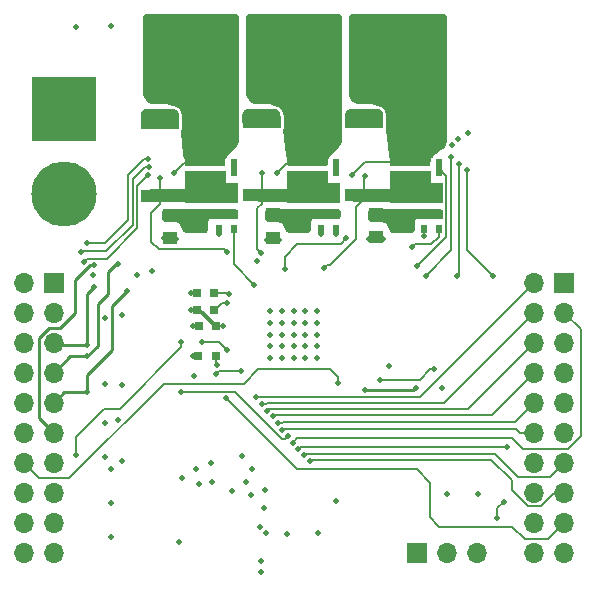
<source format=gbl>
G04 #@! TF.GenerationSoftware,KiCad,Pcbnew,(5.1.4)-1*
G04 #@! TF.CreationDate,2019-08-28T01:11:50-07:00*
G04 #@! TF.ProjectId,ESC Drivetrain V1,45534320-4472-4697-9665-747261696e20,rev?*
G04 #@! TF.SameCoordinates,Original*
G04 #@! TF.FileFunction,Copper,L4,Bot*
G04 #@! TF.FilePolarity,Positive*
%FSLAX46Y46*%
G04 Gerber Fmt 4.6, Leading zero omitted, Abs format (unit mm)*
G04 Created by KiCad (PCBNEW (5.1.4)-1) date 2019-08-28 01:11:50*
%MOMM*%
%LPD*%
G04 APERTURE LIST*
%ADD10C,0.100000*%
%ADD11C,0.500000*%
%ADD12C,0.600000*%
%ADD13C,0.800000*%
%ADD14R,5.516000X5.516000*%
%ADD15C,5.516000*%
%ADD16R,0.800000X0.750000*%
%ADD17R,1.250000X1.000000*%
%ADD18R,1.700000X1.700000*%
%ADD19O,1.700000X1.700000*%
%ADD20R,3.200000X1.000000*%
%ADD21C,7.000000*%
%ADD22C,0.203200*%
%ADD23C,0.344678*%
%ADD24C,0.250000*%
%ADD25C,0.500000*%
G04 APERTURE END LIST*
D10*
G36*
X137909901Y-112500241D02*
G01*
X137914755Y-112500961D01*
X137919514Y-112502153D01*
X137924134Y-112503806D01*
X137928570Y-112505904D01*
X137932779Y-112508427D01*
X137936720Y-112511349D01*
X137940355Y-112514645D01*
X137943651Y-112518280D01*
X137946573Y-112522221D01*
X137949096Y-112526430D01*
X137951194Y-112530866D01*
X137952847Y-112535486D01*
X137954039Y-112540245D01*
X137954759Y-112545099D01*
X137955000Y-112550000D01*
X137955000Y-113950000D01*
X137954759Y-113954901D01*
X137954039Y-113959755D01*
X137952847Y-113964514D01*
X137951194Y-113969134D01*
X137949096Y-113973570D01*
X137946573Y-113977779D01*
X137943651Y-113981720D01*
X137940355Y-113985355D01*
X137936720Y-113988651D01*
X137932779Y-113991573D01*
X137928570Y-113994096D01*
X137924134Y-113996194D01*
X137919514Y-113997847D01*
X137914755Y-113999039D01*
X137909901Y-113999759D01*
X137905000Y-114000000D01*
X137505000Y-114000000D01*
X137500099Y-113999759D01*
X137495245Y-113999039D01*
X137490486Y-113997847D01*
X137485866Y-113996194D01*
X137481430Y-113994096D01*
X137477221Y-113991573D01*
X137473280Y-113988651D01*
X137469645Y-113985355D01*
X137466349Y-113981720D01*
X137463427Y-113977779D01*
X137460904Y-113973570D01*
X137458806Y-113969134D01*
X137457153Y-113964514D01*
X137455961Y-113959755D01*
X137455241Y-113954901D01*
X137455000Y-113950000D01*
X137455000Y-112550000D01*
X137455241Y-112545099D01*
X137455961Y-112540245D01*
X137457153Y-112535486D01*
X137458806Y-112530866D01*
X137460904Y-112526430D01*
X137463427Y-112522221D01*
X137466349Y-112518280D01*
X137469645Y-112514645D01*
X137473280Y-112511349D01*
X137477221Y-112508427D01*
X137481430Y-112505904D01*
X137485866Y-112503806D01*
X137490486Y-112502153D01*
X137495245Y-112500961D01*
X137500099Y-112500241D01*
X137505000Y-112500000D01*
X137905000Y-112500000D01*
X137909901Y-112500241D01*
X137909901Y-112500241D01*
G37*
D11*
X137705000Y-113250000D03*
D10*
G36*
X136945881Y-112500289D02*
G01*
X136951705Y-112501153D01*
X136957417Y-112502584D01*
X136962961Y-112504567D01*
X136968284Y-112507085D01*
X136973334Y-112510112D01*
X136978064Y-112513619D01*
X136982426Y-112517574D01*
X136986381Y-112521936D01*
X136989888Y-112526666D01*
X136992915Y-112531716D01*
X136995433Y-112537039D01*
X136997416Y-112542583D01*
X136998847Y-112548295D01*
X136999711Y-112554119D01*
X137000000Y-112560000D01*
X137000000Y-113040000D01*
X136999711Y-113045881D01*
X136998847Y-113051705D01*
X136997416Y-113057417D01*
X136995433Y-113062961D01*
X136992915Y-113068284D01*
X136989888Y-113073334D01*
X136986381Y-113078064D01*
X136982426Y-113082426D01*
X136978064Y-113086381D01*
X136973334Y-113089888D01*
X136968284Y-113092915D01*
X136962961Y-113095433D01*
X136957417Y-113097416D01*
X136951705Y-113098847D01*
X136945881Y-113099711D01*
X136940000Y-113100000D01*
X133660000Y-113100000D01*
X133654119Y-113099711D01*
X133648295Y-113098847D01*
X133642583Y-113097416D01*
X133637039Y-113095433D01*
X133631716Y-113092915D01*
X133626666Y-113089888D01*
X133621936Y-113086381D01*
X133617574Y-113082426D01*
X133613619Y-113078064D01*
X133610112Y-113073334D01*
X133607085Y-113068284D01*
X133604567Y-113062961D01*
X133602584Y-113057417D01*
X133601153Y-113051705D01*
X133600289Y-113045881D01*
X133600000Y-113040000D01*
X133600000Y-112560000D01*
X133600289Y-112554119D01*
X133601153Y-112548295D01*
X133602584Y-112542583D01*
X133604567Y-112537039D01*
X133607085Y-112531716D01*
X133610112Y-112526666D01*
X133613619Y-112521936D01*
X133617574Y-112517574D01*
X133621936Y-112513619D01*
X133626666Y-112510112D01*
X133631716Y-112507085D01*
X133637039Y-112504567D01*
X133642583Y-112502584D01*
X133648295Y-112501153D01*
X133654119Y-112500289D01*
X133660000Y-112500000D01*
X136940000Y-112500000D01*
X136945881Y-112500289D01*
X136945881Y-112500289D01*
G37*
D12*
X135300000Y-112800000D03*
D11*
X135800000Y-115950000D03*
D10*
G36*
X133590245Y-116249039D02*
G01*
X133580866Y-116246194D01*
X133572221Y-116241573D01*
X133564645Y-116235355D01*
X133558427Y-116227779D01*
X133553806Y-116219134D01*
X133550961Y-116209755D01*
X133550000Y-116200000D01*
X133550000Y-113600000D01*
X133550961Y-113590245D01*
X133553806Y-113580866D01*
X133558427Y-113572221D01*
X133564645Y-113564645D01*
X133572221Y-113558427D01*
X133580866Y-113553806D01*
X133590245Y-113550961D01*
X133600000Y-113550000D01*
X137000000Y-113550000D01*
X137009755Y-113550961D01*
X137019134Y-113553806D01*
X137027779Y-113558427D01*
X137035355Y-113564645D01*
X137041573Y-113572221D01*
X137046194Y-113580866D01*
X137049039Y-113590245D01*
X137050000Y-113600000D01*
X137050000Y-114550000D01*
X138000000Y-114550000D01*
X138009755Y-114550961D01*
X138019134Y-114553806D01*
X138027779Y-114558427D01*
X138035355Y-114564645D01*
X138041573Y-114572221D01*
X138046194Y-114580866D01*
X138049039Y-114590245D01*
X138050000Y-114600000D01*
X138050000Y-116200000D01*
X138049039Y-116209755D01*
X138046194Y-116219134D01*
X138041573Y-116227779D01*
X138035355Y-116235355D01*
X138027779Y-116241573D01*
X138019134Y-116246194D01*
X138009755Y-116249039D01*
X138000000Y-116250000D01*
X133600000Y-116250000D01*
X133590245Y-116249039D01*
X133590245Y-116249039D01*
G37*
G36*
X138013921Y-116820193D02*
G01*
X138017804Y-116820769D01*
X138021611Y-116821722D01*
X138025307Y-116823045D01*
X138028856Y-116824723D01*
X138032223Y-116826741D01*
X138035376Y-116829080D01*
X138038284Y-116831716D01*
X138040920Y-116834624D01*
X138043259Y-116837777D01*
X138045277Y-116841144D01*
X138046955Y-116844693D01*
X138048278Y-116848389D01*
X138049231Y-116852196D01*
X138049807Y-116856079D01*
X138050000Y-116860000D01*
X138050000Y-117580000D01*
X138049807Y-117583921D01*
X138049231Y-117587804D01*
X138048278Y-117591611D01*
X138046955Y-117595307D01*
X138045277Y-117598856D01*
X138043259Y-117602223D01*
X138040920Y-117605376D01*
X138038284Y-117608284D01*
X138035376Y-117610920D01*
X138032223Y-117613259D01*
X138028856Y-117615277D01*
X138025307Y-117616955D01*
X138021611Y-117618278D01*
X138017804Y-117619231D01*
X138013921Y-117619807D01*
X138010000Y-117620000D01*
X133590000Y-117620000D01*
X133586079Y-117619807D01*
X133582196Y-117619231D01*
X133578389Y-117618278D01*
X133574693Y-117616955D01*
X133571144Y-117615277D01*
X133567777Y-117613259D01*
X133564624Y-117610920D01*
X133561716Y-117608284D01*
X133559080Y-117605376D01*
X133556741Y-117602223D01*
X133554723Y-117598856D01*
X133553045Y-117595307D01*
X133551722Y-117591611D01*
X133550769Y-117587804D01*
X133550193Y-117583921D01*
X133550000Y-117580000D01*
X133550000Y-116860000D01*
X133550193Y-116856079D01*
X133550769Y-116852196D01*
X133551722Y-116848389D01*
X133553045Y-116844693D01*
X133554723Y-116841144D01*
X133556741Y-116837777D01*
X133559080Y-116834624D01*
X133561716Y-116831716D01*
X133564624Y-116829080D01*
X133567777Y-116826741D01*
X133571144Y-116824723D01*
X133574693Y-116823045D01*
X133578389Y-116821722D01*
X133582196Y-116820769D01*
X133586079Y-116820193D01*
X133590000Y-116820000D01*
X138010000Y-116820000D01*
X138013921Y-116820193D01*
X138013921Y-116820193D01*
G37*
D13*
X135800000Y-117220000D03*
D10*
G36*
X137909901Y-118096241D02*
G01*
X137914755Y-118096961D01*
X137919514Y-118098153D01*
X137924134Y-118099806D01*
X137928570Y-118101904D01*
X137932779Y-118104427D01*
X137936720Y-118107349D01*
X137940355Y-118110645D01*
X137943651Y-118114280D01*
X137946573Y-118118221D01*
X137949096Y-118122430D01*
X137951194Y-118126866D01*
X137952847Y-118131486D01*
X137954039Y-118136245D01*
X137954759Y-118141099D01*
X137955000Y-118146000D01*
X137955000Y-118746000D01*
X137954759Y-118750901D01*
X137954039Y-118755755D01*
X137952847Y-118760514D01*
X137951194Y-118765134D01*
X137949096Y-118769570D01*
X137946573Y-118773779D01*
X137943651Y-118777720D01*
X137940355Y-118781355D01*
X137936720Y-118784651D01*
X137932779Y-118787573D01*
X137928570Y-118790096D01*
X137924134Y-118792194D01*
X137919514Y-118793847D01*
X137914755Y-118795039D01*
X137909901Y-118795759D01*
X137905000Y-118796000D01*
X137505000Y-118796000D01*
X137500099Y-118795759D01*
X137495245Y-118795039D01*
X137490486Y-118793847D01*
X137485866Y-118792194D01*
X137481430Y-118790096D01*
X137477221Y-118787573D01*
X137473280Y-118784651D01*
X137469645Y-118781355D01*
X137466349Y-118777720D01*
X137463427Y-118773779D01*
X137460904Y-118769570D01*
X137458806Y-118765134D01*
X137457153Y-118760514D01*
X137455961Y-118755755D01*
X137455241Y-118750901D01*
X137455000Y-118746000D01*
X137455000Y-118146000D01*
X137455241Y-118141099D01*
X137455961Y-118136245D01*
X137457153Y-118131486D01*
X137458806Y-118126866D01*
X137460904Y-118122430D01*
X137463427Y-118118221D01*
X137466349Y-118114280D01*
X137469645Y-118110645D01*
X137473280Y-118107349D01*
X137477221Y-118104427D01*
X137481430Y-118101904D01*
X137485866Y-118099806D01*
X137490486Y-118098153D01*
X137495245Y-118096961D01*
X137500099Y-118096241D01*
X137505000Y-118096000D01*
X137905000Y-118096000D01*
X137909901Y-118096241D01*
X137909901Y-118096241D01*
G37*
D11*
X137705000Y-118446000D03*
D10*
G36*
X134099901Y-118096241D02*
G01*
X134104755Y-118096961D01*
X134109514Y-118098153D01*
X134114134Y-118099806D01*
X134118570Y-118101904D01*
X134122779Y-118104427D01*
X134126720Y-118107349D01*
X134130355Y-118110645D01*
X134133651Y-118114280D01*
X134136573Y-118118221D01*
X134139096Y-118122430D01*
X134141194Y-118126866D01*
X134142847Y-118131486D01*
X134144039Y-118136245D01*
X134144759Y-118141099D01*
X134145000Y-118146000D01*
X134145000Y-118746000D01*
X134144759Y-118750901D01*
X134144039Y-118755755D01*
X134142847Y-118760514D01*
X134141194Y-118765134D01*
X134139096Y-118769570D01*
X134136573Y-118773779D01*
X134133651Y-118777720D01*
X134130355Y-118781355D01*
X134126720Y-118784651D01*
X134122779Y-118787573D01*
X134118570Y-118790096D01*
X134114134Y-118792194D01*
X134109514Y-118793847D01*
X134104755Y-118795039D01*
X134099901Y-118795759D01*
X134095000Y-118796000D01*
X133695000Y-118796000D01*
X133690099Y-118795759D01*
X133685245Y-118795039D01*
X133680486Y-118793847D01*
X133675866Y-118792194D01*
X133671430Y-118790096D01*
X133667221Y-118787573D01*
X133663280Y-118784651D01*
X133659645Y-118781355D01*
X133656349Y-118777720D01*
X133653427Y-118773779D01*
X133650904Y-118769570D01*
X133648806Y-118765134D01*
X133647153Y-118760514D01*
X133645961Y-118755755D01*
X133645241Y-118750901D01*
X133645000Y-118746000D01*
X133645000Y-118146000D01*
X133645241Y-118141099D01*
X133645961Y-118136245D01*
X133647153Y-118131486D01*
X133648806Y-118126866D01*
X133650904Y-118122430D01*
X133653427Y-118118221D01*
X133656349Y-118114280D01*
X133659645Y-118110645D01*
X133663280Y-118107349D01*
X133667221Y-118104427D01*
X133671430Y-118101904D01*
X133675866Y-118099806D01*
X133680486Y-118098153D01*
X133685245Y-118096961D01*
X133690099Y-118096241D01*
X133695000Y-118096000D01*
X134095000Y-118096000D01*
X134099901Y-118096241D01*
X134099901Y-118096241D01*
G37*
D11*
X133895000Y-118446000D03*
D10*
G36*
X136639901Y-118096241D02*
G01*
X136644755Y-118096961D01*
X136649514Y-118098153D01*
X136654134Y-118099806D01*
X136658570Y-118101904D01*
X136662779Y-118104427D01*
X136666720Y-118107349D01*
X136670355Y-118110645D01*
X136673651Y-118114280D01*
X136676573Y-118118221D01*
X136679096Y-118122430D01*
X136681194Y-118126866D01*
X136682847Y-118131486D01*
X136684039Y-118136245D01*
X136684759Y-118141099D01*
X136685000Y-118146000D01*
X136685000Y-118746000D01*
X136684759Y-118750901D01*
X136684039Y-118755755D01*
X136682847Y-118760514D01*
X136681194Y-118765134D01*
X136679096Y-118769570D01*
X136676573Y-118773779D01*
X136673651Y-118777720D01*
X136670355Y-118781355D01*
X136666720Y-118784651D01*
X136662779Y-118787573D01*
X136658570Y-118790096D01*
X136654134Y-118792194D01*
X136649514Y-118793847D01*
X136644755Y-118795039D01*
X136639901Y-118795759D01*
X136635000Y-118796000D01*
X136235000Y-118796000D01*
X136230099Y-118795759D01*
X136225245Y-118795039D01*
X136220486Y-118793847D01*
X136215866Y-118792194D01*
X136211430Y-118790096D01*
X136207221Y-118787573D01*
X136203280Y-118784651D01*
X136199645Y-118781355D01*
X136196349Y-118777720D01*
X136193427Y-118773779D01*
X136190904Y-118769570D01*
X136188806Y-118765134D01*
X136187153Y-118760514D01*
X136185961Y-118755755D01*
X136185241Y-118750901D01*
X136185000Y-118746000D01*
X136185000Y-118146000D01*
X136185241Y-118141099D01*
X136185961Y-118136245D01*
X136187153Y-118131486D01*
X136188806Y-118126866D01*
X136190904Y-118122430D01*
X136193427Y-118118221D01*
X136196349Y-118114280D01*
X136199645Y-118110645D01*
X136203280Y-118107349D01*
X136207221Y-118104427D01*
X136211430Y-118101904D01*
X136215866Y-118099806D01*
X136220486Y-118098153D01*
X136225245Y-118096961D01*
X136230099Y-118096241D01*
X136235000Y-118096000D01*
X136635000Y-118096000D01*
X136639901Y-118096241D01*
X136639901Y-118096241D01*
G37*
D11*
X136435000Y-118446000D03*
D10*
G36*
X135369901Y-118096241D02*
G01*
X135374755Y-118096961D01*
X135379514Y-118098153D01*
X135384134Y-118099806D01*
X135388570Y-118101904D01*
X135392779Y-118104427D01*
X135396720Y-118107349D01*
X135400355Y-118110645D01*
X135403651Y-118114280D01*
X135406573Y-118118221D01*
X135409096Y-118122430D01*
X135411194Y-118126866D01*
X135412847Y-118131486D01*
X135414039Y-118136245D01*
X135414759Y-118141099D01*
X135415000Y-118146000D01*
X135415000Y-118746000D01*
X135414759Y-118750901D01*
X135414039Y-118755755D01*
X135412847Y-118760514D01*
X135411194Y-118765134D01*
X135409096Y-118769570D01*
X135406573Y-118773779D01*
X135403651Y-118777720D01*
X135400355Y-118781355D01*
X135396720Y-118784651D01*
X135392779Y-118787573D01*
X135388570Y-118790096D01*
X135384134Y-118792194D01*
X135379514Y-118793847D01*
X135374755Y-118795039D01*
X135369901Y-118795759D01*
X135365000Y-118796000D01*
X134965000Y-118796000D01*
X134960099Y-118795759D01*
X134955245Y-118795039D01*
X134950486Y-118793847D01*
X134945866Y-118792194D01*
X134941430Y-118790096D01*
X134937221Y-118787573D01*
X134933280Y-118784651D01*
X134929645Y-118781355D01*
X134926349Y-118777720D01*
X134923427Y-118773779D01*
X134920904Y-118769570D01*
X134918806Y-118765134D01*
X134917153Y-118760514D01*
X134915961Y-118755755D01*
X134915241Y-118750901D01*
X134915000Y-118746000D01*
X134915000Y-118146000D01*
X134915241Y-118141099D01*
X134915961Y-118136245D01*
X134917153Y-118131486D01*
X134918806Y-118126866D01*
X134920904Y-118122430D01*
X134923427Y-118118221D01*
X134926349Y-118114280D01*
X134929645Y-118110645D01*
X134933280Y-118107349D01*
X134937221Y-118104427D01*
X134941430Y-118101904D01*
X134945866Y-118099806D01*
X134950486Y-118098153D01*
X134955245Y-118096961D01*
X134960099Y-118096241D01*
X134965000Y-118096000D01*
X135365000Y-118096000D01*
X135369901Y-118096241D01*
X135369901Y-118096241D01*
G37*
D11*
X135165000Y-118446000D03*
D10*
G36*
X129209901Y-112500241D02*
G01*
X129214755Y-112500961D01*
X129219514Y-112502153D01*
X129224134Y-112503806D01*
X129228570Y-112505904D01*
X129232779Y-112508427D01*
X129236720Y-112511349D01*
X129240355Y-112514645D01*
X129243651Y-112518280D01*
X129246573Y-112522221D01*
X129249096Y-112526430D01*
X129251194Y-112530866D01*
X129252847Y-112535486D01*
X129254039Y-112540245D01*
X129254759Y-112545099D01*
X129255000Y-112550000D01*
X129255000Y-113950000D01*
X129254759Y-113954901D01*
X129254039Y-113959755D01*
X129252847Y-113964514D01*
X129251194Y-113969134D01*
X129249096Y-113973570D01*
X129246573Y-113977779D01*
X129243651Y-113981720D01*
X129240355Y-113985355D01*
X129236720Y-113988651D01*
X129232779Y-113991573D01*
X129228570Y-113994096D01*
X129224134Y-113996194D01*
X129219514Y-113997847D01*
X129214755Y-113999039D01*
X129209901Y-113999759D01*
X129205000Y-114000000D01*
X128805000Y-114000000D01*
X128800099Y-113999759D01*
X128795245Y-113999039D01*
X128790486Y-113997847D01*
X128785866Y-113996194D01*
X128781430Y-113994096D01*
X128777221Y-113991573D01*
X128773280Y-113988651D01*
X128769645Y-113985355D01*
X128766349Y-113981720D01*
X128763427Y-113977779D01*
X128760904Y-113973570D01*
X128758806Y-113969134D01*
X128757153Y-113964514D01*
X128755961Y-113959755D01*
X128755241Y-113954901D01*
X128755000Y-113950000D01*
X128755000Y-112550000D01*
X128755241Y-112545099D01*
X128755961Y-112540245D01*
X128757153Y-112535486D01*
X128758806Y-112530866D01*
X128760904Y-112526430D01*
X128763427Y-112522221D01*
X128766349Y-112518280D01*
X128769645Y-112514645D01*
X128773280Y-112511349D01*
X128777221Y-112508427D01*
X128781430Y-112505904D01*
X128785866Y-112503806D01*
X128790486Y-112502153D01*
X128795245Y-112500961D01*
X128800099Y-112500241D01*
X128805000Y-112500000D01*
X129205000Y-112500000D01*
X129209901Y-112500241D01*
X129209901Y-112500241D01*
G37*
D11*
X129005000Y-113250000D03*
D10*
G36*
X128245881Y-112500289D02*
G01*
X128251705Y-112501153D01*
X128257417Y-112502584D01*
X128262961Y-112504567D01*
X128268284Y-112507085D01*
X128273334Y-112510112D01*
X128278064Y-112513619D01*
X128282426Y-112517574D01*
X128286381Y-112521936D01*
X128289888Y-112526666D01*
X128292915Y-112531716D01*
X128295433Y-112537039D01*
X128297416Y-112542583D01*
X128298847Y-112548295D01*
X128299711Y-112554119D01*
X128300000Y-112560000D01*
X128300000Y-113040000D01*
X128299711Y-113045881D01*
X128298847Y-113051705D01*
X128297416Y-113057417D01*
X128295433Y-113062961D01*
X128292915Y-113068284D01*
X128289888Y-113073334D01*
X128286381Y-113078064D01*
X128282426Y-113082426D01*
X128278064Y-113086381D01*
X128273334Y-113089888D01*
X128268284Y-113092915D01*
X128262961Y-113095433D01*
X128257417Y-113097416D01*
X128251705Y-113098847D01*
X128245881Y-113099711D01*
X128240000Y-113100000D01*
X124960000Y-113100000D01*
X124954119Y-113099711D01*
X124948295Y-113098847D01*
X124942583Y-113097416D01*
X124937039Y-113095433D01*
X124931716Y-113092915D01*
X124926666Y-113089888D01*
X124921936Y-113086381D01*
X124917574Y-113082426D01*
X124913619Y-113078064D01*
X124910112Y-113073334D01*
X124907085Y-113068284D01*
X124904567Y-113062961D01*
X124902584Y-113057417D01*
X124901153Y-113051705D01*
X124900289Y-113045881D01*
X124900000Y-113040000D01*
X124900000Y-112560000D01*
X124900289Y-112554119D01*
X124901153Y-112548295D01*
X124902584Y-112542583D01*
X124904567Y-112537039D01*
X124907085Y-112531716D01*
X124910112Y-112526666D01*
X124913619Y-112521936D01*
X124917574Y-112517574D01*
X124921936Y-112513619D01*
X124926666Y-112510112D01*
X124931716Y-112507085D01*
X124937039Y-112504567D01*
X124942583Y-112502584D01*
X124948295Y-112501153D01*
X124954119Y-112500289D01*
X124960000Y-112500000D01*
X128240000Y-112500000D01*
X128245881Y-112500289D01*
X128245881Y-112500289D01*
G37*
D12*
X126600000Y-112800000D03*
D11*
X127100000Y-115950000D03*
D10*
G36*
X124890245Y-116249039D02*
G01*
X124880866Y-116246194D01*
X124872221Y-116241573D01*
X124864645Y-116235355D01*
X124858427Y-116227779D01*
X124853806Y-116219134D01*
X124850961Y-116209755D01*
X124850000Y-116200000D01*
X124850000Y-113600000D01*
X124850961Y-113590245D01*
X124853806Y-113580866D01*
X124858427Y-113572221D01*
X124864645Y-113564645D01*
X124872221Y-113558427D01*
X124880866Y-113553806D01*
X124890245Y-113550961D01*
X124900000Y-113550000D01*
X128300000Y-113550000D01*
X128309755Y-113550961D01*
X128319134Y-113553806D01*
X128327779Y-113558427D01*
X128335355Y-113564645D01*
X128341573Y-113572221D01*
X128346194Y-113580866D01*
X128349039Y-113590245D01*
X128350000Y-113600000D01*
X128350000Y-114550000D01*
X129300000Y-114550000D01*
X129309755Y-114550961D01*
X129319134Y-114553806D01*
X129327779Y-114558427D01*
X129335355Y-114564645D01*
X129341573Y-114572221D01*
X129346194Y-114580866D01*
X129349039Y-114590245D01*
X129350000Y-114600000D01*
X129350000Y-116200000D01*
X129349039Y-116209755D01*
X129346194Y-116219134D01*
X129341573Y-116227779D01*
X129335355Y-116235355D01*
X129327779Y-116241573D01*
X129319134Y-116246194D01*
X129309755Y-116249039D01*
X129300000Y-116250000D01*
X124900000Y-116250000D01*
X124890245Y-116249039D01*
X124890245Y-116249039D01*
G37*
G36*
X129313921Y-116820193D02*
G01*
X129317804Y-116820769D01*
X129321611Y-116821722D01*
X129325307Y-116823045D01*
X129328856Y-116824723D01*
X129332223Y-116826741D01*
X129335376Y-116829080D01*
X129338284Y-116831716D01*
X129340920Y-116834624D01*
X129343259Y-116837777D01*
X129345277Y-116841144D01*
X129346955Y-116844693D01*
X129348278Y-116848389D01*
X129349231Y-116852196D01*
X129349807Y-116856079D01*
X129350000Y-116860000D01*
X129350000Y-117580000D01*
X129349807Y-117583921D01*
X129349231Y-117587804D01*
X129348278Y-117591611D01*
X129346955Y-117595307D01*
X129345277Y-117598856D01*
X129343259Y-117602223D01*
X129340920Y-117605376D01*
X129338284Y-117608284D01*
X129335376Y-117610920D01*
X129332223Y-117613259D01*
X129328856Y-117615277D01*
X129325307Y-117616955D01*
X129321611Y-117618278D01*
X129317804Y-117619231D01*
X129313921Y-117619807D01*
X129310000Y-117620000D01*
X124890000Y-117620000D01*
X124886079Y-117619807D01*
X124882196Y-117619231D01*
X124878389Y-117618278D01*
X124874693Y-117616955D01*
X124871144Y-117615277D01*
X124867777Y-117613259D01*
X124864624Y-117610920D01*
X124861716Y-117608284D01*
X124859080Y-117605376D01*
X124856741Y-117602223D01*
X124854723Y-117598856D01*
X124853045Y-117595307D01*
X124851722Y-117591611D01*
X124850769Y-117587804D01*
X124850193Y-117583921D01*
X124850000Y-117580000D01*
X124850000Y-116860000D01*
X124850193Y-116856079D01*
X124850769Y-116852196D01*
X124851722Y-116848389D01*
X124853045Y-116844693D01*
X124854723Y-116841144D01*
X124856741Y-116837777D01*
X124859080Y-116834624D01*
X124861716Y-116831716D01*
X124864624Y-116829080D01*
X124867777Y-116826741D01*
X124871144Y-116824723D01*
X124874693Y-116823045D01*
X124878389Y-116821722D01*
X124882196Y-116820769D01*
X124886079Y-116820193D01*
X124890000Y-116820000D01*
X129310000Y-116820000D01*
X129313921Y-116820193D01*
X129313921Y-116820193D01*
G37*
D13*
X127100000Y-117220000D03*
D10*
G36*
X129209901Y-118096241D02*
G01*
X129214755Y-118096961D01*
X129219514Y-118098153D01*
X129224134Y-118099806D01*
X129228570Y-118101904D01*
X129232779Y-118104427D01*
X129236720Y-118107349D01*
X129240355Y-118110645D01*
X129243651Y-118114280D01*
X129246573Y-118118221D01*
X129249096Y-118122430D01*
X129251194Y-118126866D01*
X129252847Y-118131486D01*
X129254039Y-118136245D01*
X129254759Y-118141099D01*
X129255000Y-118146000D01*
X129255000Y-118746000D01*
X129254759Y-118750901D01*
X129254039Y-118755755D01*
X129252847Y-118760514D01*
X129251194Y-118765134D01*
X129249096Y-118769570D01*
X129246573Y-118773779D01*
X129243651Y-118777720D01*
X129240355Y-118781355D01*
X129236720Y-118784651D01*
X129232779Y-118787573D01*
X129228570Y-118790096D01*
X129224134Y-118792194D01*
X129219514Y-118793847D01*
X129214755Y-118795039D01*
X129209901Y-118795759D01*
X129205000Y-118796000D01*
X128805000Y-118796000D01*
X128800099Y-118795759D01*
X128795245Y-118795039D01*
X128790486Y-118793847D01*
X128785866Y-118792194D01*
X128781430Y-118790096D01*
X128777221Y-118787573D01*
X128773280Y-118784651D01*
X128769645Y-118781355D01*
X128766349Y-118777720D01*
X128763427Y-118773779D01*
X128760904Y-118769570D01*
X128758806Y-118765134D01*
X128757153Y-118760514D01*
X128755961Y-118755755D01*
X128755241Y-118750901D01*
X128755000Y-118746000D01*
X128755000Y-118146000D01*
X128755241Y-118141099D01*
X128755961Y-118136245D01*
X128757153Y-118131486D01*
X128758806Y-118126866D01*
X128760904Y-118122430D01*
X128763427Y-118118221D01*
X128766349Y-118114280D01*
X128769645Y-118110645D01*
X128773280Y-118107349D01*
X128777221Y-118104427D01*
X128781430Y-118101904D01*
X128785866Y-118099806D01*
X128790486Y-118098153D01*
X128795245Y-118096961D01*
X128800099Y-118096241D01*
X128805000Y-118096000D01*
X129205000Y-118096000D01*
X129209901Y-118096241D01*
X129209901Y-118096241D01*
G37*
D11*
X129005000Y-118446000D03*
D10*
G36*
X125399901Y-118096241D02*
G01*
X125404755Y-118096961D01*
X125409514Y-118098153D01*
X125414134Y-118099806D01*
X125418570Y-118101904D01*
X125422779Y-118104427D01*
X125426720Y-118107349D01*
X125430355Y-118110645D01*
X125433651Y-118114280D01*
X125436573Y-118118221D01*
X125439096Y-118122430D01*
X125441194Y-118126866D01*
X125442847Y-118131486D01*
X125444039Y-118136245D01*
X125444759Y-118141099D01*
X125445000Y-118146000D01*
X125445000Y-118746000D01*
X125444759Y-118750901D01*
X125444039Y-118755755D01*
X125442847Y-118760514D01*
X125441194Y-118765134D01*
X125439096Y-118769570D01*
X125436573Y-118773779D01*
X125433651Y-118777720D01*
X125430355Y-118781355D01*
X125426720Y-118784651D01*
X125422779Y-118787573D01*
X125418570Y-118790096D01*
X125414134Y-118792194D01*
X125409514Y-118793847D01*
X125404755Y-118795039D01*
X125399901Y-118795759D01*
X125395000Y-118796000D01*
X124995000Y-118796000D01*
X124990099Y-118795759D01*
X124985245Y-118795039D01*
X124980486Y-118793847D01*
X124975866Y-118792194D01*
X124971430Y-118790096D01*
X124967221Y-118787573D01*
X124963280Y-118784651D01*
X124959645Y-118781355D01*
X124956349Y-118777720D01*
X124953427Y-118773779D01*
X124950904Y-118769570D01*
X124948806Y-118765134D01*
X124947153Y-118760514D01*
X124945961Y-118755755D01*
X124945241Y-118750901D01*
X124945000Y-118746000D01*
X124945000Y-118146000D01*
X124945241Y-118141099D01*
X124945961Y-118136245D01*
X124947153Y-118131486D01*
X124948806Y-118126866D01*
X124950904Y-118122430D01*
X124953427Y-118118221D01*
X124956349Y-118114280D01*
X124959645Y-118110645D01*
X124963280Y-118107349D01*
X124967221Y-118104427D01*
X124971430Y-118101904D01*
X124975866Y-118099806D01*
X124980486Y-118098153D01*
X124985245Y-118096961D01*
X124990099Y-118096241D01*
X124995000Y-118096000D01*
X125395000Y-118096000D01*
X125399901Y-118096241D01*
X125399901Y-118096241D01*
G37*
D11*
X125195000Y-118446000D03*
D10*
G36*
X127939901Y-118096241D02*
G01*
X127944755Y-118096961D01*
X127949514Y-118098153D01*
X127954134Y-118099806D01*
X127958570Y-118101904D01*
X127962779Y-118104427D01*
X127966720Y-118107349D01*
X127970355Y-118110645D01*
X127973651Y-118114280D01*
X127976573Y-118118221D01*
X127979096Y-118122430D01*
X127981194Y-118126866D01*
X127982847Y-118131486D01*
X127984039Y-118136245D01*
X127984759Y-118141099D01*
X127985000Y-118146000D01*
X127985000Y-118746000D01*
X127984759Y-118750901D01*
X127984039Y-118755755D01*
X127982847Y-118760514D01*
X127981194Y-118765134D01*
X127979096Y-118769570D01*
X127976573Y-118773779D01*
X127973651Y-118777720D01*
X127970355Y-118781355D01*
X127966720Y-118784651D01*
X127962779Y-118787573D01*
X127958570Y-118790096D01*
X127954134Y-118792194D01*
X127949514Y-118793847D01*
X127944755Y-118795039D01*
X127939901Y-118795759D01*
X127935000Y-118796000D01*
X127535000Y-118796000D01*
X127530099Y-118795759D01*
X127525245Y-118795039D01*
X127520486Y-118793847D01*
X127515866Y-118792194D01*
X127511430Y-118790096D01*
X127507221Y-118787573D01*
X127503280Y-118784651D01*
X127499645Y-118781355D01*
X127496349Y-118777720D01*
X127493427Y-118773779D01*
X127490904Y-118769570D01*
X127488806Y-118765134D01*
X127487153Y-118760514D01*
X127485961Y-118755755D01*
X127485241Y-118750901D01*
X127485000Y-118746000D01*
X127485000Y-118146000D01*
X127485241Y-118141099D01*
X127485961Y-118136245D01*
X127487153Y-118131486D01*
X127488806Y-118126866D01*
X127490904Y-118122430D01*
X127493427Y-118118221D01*
X127496349Y-118114280D01*
X127499645Y-118110645D01*
X127503280Y-118107349D01*
X127507221Y-118104427D01*
X127511430Y-118101904D01*
X127515866Y-118099806D01*
X127520486Y-118098153D01*
X127525245Y-118096961D01*
X127530099Y-118096241D01*
X127535000Y-118096000D01*
X127935000Y-118096000D01*
X127939901Y-118096241D01*
X127939901Y-118096241D01*
G37*
D11*
X127735000Y-118446000D03*
D10*
G36*
X126669901Y-118096241D02*
G01*
X126674755Y-118096961D01*
X126679514Y-118098153D01*
X126684134Y-118099806D01*
X126688570Y-118101904D01*
X126692779Y-118104427D01*
X126696720Y-118107349D01*
X126700355Y-118110645D01*
X126703651Y-118114280D01*
X126706573Y-118118221D01*
X126709096Y-118122430D01*
X126711194Y-118126866D01*
X126712847Y-118131486D01*
X126714039Y-118136245D01*
X126714759Y-118141099D01*
X126715000Y-118146000D01*
X126715000Y-118746000D01*
X126714759Y-118750901D01*
X126714039Y-118755755D01*
X126712847Y-118760514D01*
X126711194Y-118765134D01*
X126709096Y-118769570D01*
X126706573Y-118773779D01*
X126703651Y-118777720D01*
X126700355Y-118781355D01*
X126696720Y-118784651D01*
X126692779Y-118787573D01*
X126688570Y-118790096D01*
X126684134Y-118792194D01*
X126679514Y-118793847D01*
X126674755Y-118795039D01*
X126669901Y-118795759D01*
X126665000Y-118796000D01*
X126265000Y-118796000D01*
X126260099Y-118795759D01*
X126255245Y-118795039D01*
X126250486Y-118793847D01*
X126245866Y-118792194D01*
X126241430Y-118790096D01*
X126237221Y-118787573D01*
X126233280Y-118784651D01*
X126229645Y-118781355D01*
X126226349Y-118777720D01*
X126223427Y-118773779D01*
X126220904Y-118769570D01*
X126218806Y-118765134D01*
X126217153Y-118760514D01*
X126215961Y-118755755D01*
X126215241Y-118750901D01*
X126215000Y-118746000D01*
X126215000Y-118146000D01*
X126215241Y-118141099D01*
X126215961Y-118136245D01*
X126217153Y-118131486D01*
X126218806Y-118126866D01*
X126220904Y-118122430D01*
X126223427Y-118118221D01*
X126226349Y-118114280D01*
X126229645Y-118110645D01*
X126233280Y-118107349D01*
X126237221Y-118104427D01*
X126241430Y-118101904D01*
X126245866Y-118099806D01*
X126250486Y-118098153D01*
X126255245Y-118096961D01*
X126260099Y-118096241D01*
X126265000Y-118096000D01*
X126665000Y-118096000D01*
X126669901Y-118096241D01*
X126669901Y-118096241D01*
G37*
D11*
X126465000Y-118446000D03*
D10*
G36*
X120559901Y-112500241D02*
G01*
X120564755Y-112500961D01*
X120569514Y-112502153D01*
X120574134Y-112503806D01*
X120578570Y-112505904D01*
X120582779Y-112508427D01*
X120586720Y-112511349D01*
X120590355Y-112514645D01*
X120593651Y-112518280D01*
X120596573Y-112522221D01*
X120599096Y-112526430D01*
X120601194Y-112530866D01*
X120602847Y-112535486D01*
X120604039Y-112540245D01*
X120604759Y-112545099D01*
X120605000Y-112550000D01*
X120605000Y-113950000D01*
X120604759Y-113954901D01*
X120604039Y-113959755D01*
X120602847Y-113964514D01*
X120601194Y-113969134D01*
X120599096Y-113973570D01*
X120596573Y-113977779D01*
X120593651Y-113981720D01*
X120590355Y-113985355D01*
X120586720Y-113988651D01*
X120582779Y-113991573D01*
X120578570Y-113994096D01*
X120574134Y-113996194D01*
X120569514Y-113997847D01*
X120564755Y-113999039D01*
X120559901Y-113999759D01*
X120555000Y-114000000D01*
X120155000Y-114000000D01*
X120150099Y-113999759D01*
X120145245Y-113999039D01*
X120140486Y-113997847D01*
X120135866Y-113996194D01*
X120131430Y-113994096D01*
X120127221Y-113991573D01*
X120123280Y-113988651D01*
X120119645Y-113985355D01*
X120116349Y-113981720D01*
X120113427Y-113977779D01*
X120110904Y-113973570D01*
X120108806Y-113969134D01*
X120107153Y-113964514D01*
X120105961Y-113959755D01*
X120105241Y-113954901D01*
X120105000Y-113950000D01*
X120105000Y-112550000D01*
X120105241Y-112545099D01*
X120105961Y-112540245D01*
X120107153Y-112535486D01*
X120108806Y-112530866D01*
X120110904Y-112526430D01*
X120113427Y-112522221D01*
X120116349Y-112518280D01*
X120119645Y-112514645D01*
X120123280Y-112511349D01*
X120127221Y-112508427D01*
X120131430Y-112505904D01*
X120135866Y-112503806D01*
X120140486Y-112502153D01*
X120145245Y-112500961D01*
X120150099Y-112500241D01*
X120155000Y-112500000D01*
X120555000Y-112500000D01*
X120559901Y-112500241D01*
X120559901Y-112500241D01*
G37*
D11*
X120355000Y-113250000D03*
D10*
G36*
X119595881Y-112500289D02*
G01*
X119601705Y-112501153D01*
X119607417Y-112502584D01*
X119612961Y-112504567D01*
X119618284Y-112507085D01*
X119623334Y-112510112D01*
X119628064Y-112513619D01*
X119632426Y-112517574D01*
X119636381Y-112521936D01*
X119639888Y-112526666D01*
X119642915Y-112531716D01*
X119645433Y-112537039D01*
X119647416Y-112542583D01*
X119648847Y-112548295D01*
X119649711Y-112554119D01*
X119650000Y-112560000D01*
X119650000Y-113040000D01*
X119649711Y-113045881D01*
X119648847Y-113051705D01*
X119647416Y-113057417D01*
X119645433Y-113062961D01*
X119642915Y-113068284D01*
X119639888Y-113073334D01*
X119636381Y-113078064D01*
X119632426Y-113082426D01*
X119628064Y-113086381D01*
X119623334Y-113089888D01*
X119618284Y-113092915D01*
X119612961Y-113095433D01*
X119607417Y-113097416D01*
X119601705Y-113098847D01*
X119595881Y-113099711D01*
X119590000Y-113100000D01*
X116310000Y-113100000D01*
X116304119Y-113099711D01*
X116298295Y-113098847D01*
X116292583Y-113097416D01*
X116287039Y-113095433D01*
X116281716Y-113092915D01*
X116276666Y-113089888D01*
X116271936Y-113086381D01*
X116267574Y-113082426D01*
X116263619Y-113078064D01*
X116260112Y-113073334D01*
X116257085Y-113068284D01*
X116254567Y-113062961D01*
X116252584Y-113057417D01*
X116251153Y-113051705D01*
X116250289Y-113045881D01*
X116250000Y-113040000D01*
X116250000Y-112560000D01*
X116250289Y-112554119D01*
X116251153Y-112548295D01*
X116252584Y-112542583D01*
X116254567Y-112537039D01*
X116257085Y-112531716D01*
X116260112Y-112526666D01*
X116263619Y-112521936D01*
X116267574Y-112517574D01*
X116271936Y-112513619D01*
X116276666Y-112510112D01*
X116281716Y-112507085D01*
X116287039Y-112504567D01*
X116292583Y-112502584D01*
X116298295Y-112501153D01*
X116304119Y-112500289D01*
X116310000Y-112500000D01*
X119590000Y-112500000D01*
X119595881Y-112500289D01*
X119595881Y-112500289D01*
G37*
D12*
X117950000Y-112800000D03*
D11*
X118450000Y-115950000D03*
D10*
G36*
X116240245Y-116249039D02*
G01*
X116230866Y-116246194D01*
X116222221Y-116241573D01*
X116214645Y-116235355D01*
X116208427Y-116227779D01*
X116203806Y-116219134D01*
X116200961Y-116209755D01*
X116200000Y-116200000D01*
X116200000Y-113600000D01*
X116200961Y-113590245D01*
X116203806Y-113580866D01*
X116208427Y-113572221D01*
X116214645Y-113564645D01*
X116222221Y-113558427D01*
X116230866Y-113553806D01*
X116240245Y-113550961D01*
X116250000Y-113550000D01*
X119650000Y-113550000D01*
X119659755Y-113550961D01*
X119669134Y-113553806D01*
X119677779Y-113558427D01*
X119685355Y-113564645D01*
X119691573Y-113572221D01*
X119696194Y-113580866D01*
X119699039Y-113590245D01*
X119700000Y-113600000D01*
X119700000Y-114550000D01*
X120650000Y-114550000D01*
X120659755Y-114550961D01*
X120669134Y-114553806D01*
X120677779Y-114558427D01*
X120685355Y-114564645D01*
X120691573Y-114572221D01*
X120696194Y-114580866D01*
X120699039Y-114590245D01*
X120700000Y-114600000D01*
X120700000Y-116200000D01*
X120699039Y-116209755D01*
X120696194Y-116219134D01*
X120691573Y-116227779D01*
X120685355Y-116235355D01*
X120677779Y-116241573D01*
X120669134Y-116246194D01*
X120659755Y-116249039D01*
X120650000Y-116250000D01*
X116250000Y-116250000D01*
X116240245Y-116249039D01*
X116240245Y-116249039D01*
G37*
G36*
X120663921Y-116820193D02*
G01*
X120667804Y-116820769D01*
X120671611Y-116821722D01*
X120675307Y-116823045D01*
X120678856Y-116824723D01*
X120682223Y-116826741D01*
X120685376Y-116829080D01*
X120688284Y-116831716D01*
X120690920Y-116834624D01*
X120693259Y-116837777D01*
X120695277Y-116841144D01*
X120696955Y-116844693D01*
X120698278Y-116848389D01*
X120699231Y-116852196D01*
X120699807Y-116856079D01*
X120700000Y-116860000D01*
X120700000Y-117580000D01*
X120699807Y-117583921D01*
X120699231Y-117587804D01*
X120698278Y-117591611D01*
X120696955Y-117595307D01*
X120695277Y-117598856D01*
X120693259Y-117602223D01*
X120690920Y-117605376D01*
X120688284Y-117608284D01*
X120685376Y-117610920D01*
X120682223Y-117613259D01*
X120678856Y-117615277D01*
X120675307Y-117616955D01*
X120671611Y-117618278D01*
X120667804Y-117619231D01*
X120663921Y-117619807D01*
X120660000Y-117620000D01*
X116240000Y-117620000D01*
X116236079Y-117619807D01*
X116232196Y-117619231D01*
X116228389Y-117618278D01*
X116224693Y-117616955D01*
X116221144Y-117615277D01*
X116217777Y-117613259D01*
X116214624Y-117610920D01*
X116211716Y-117608284D01*
X116209080Y-117605376D01*
X116206741Y-117602223D01*
X116204723Y-117598856D01*
X116203045Y-117595307D01*
X116201722Y-117591611D01*
X116200769Y-117587804D01*
X116200193Y-117583921D01*
X116200000Y-117580000D01*
X116200000Y-116860000D01*
X116200193Y-116856079D01*
X116200769Y-116852196D01*
X116201722Y-116848389D01*
X116203045Y-116844693D01*
X116204723Y-116841144D01*
X116206741Y-116837777D01*
X116209080Y-116834624D01*
X116211716Y-116831716D01*
X116214624Y-116829080D01*
X116217777Y-116826741D01*
X116221144Y-116824723D01*
X116224693Y-116823045D01*
X116228389Y-116821722D01*
X116232196Y-116820769D01*
X116236079Y-116820193D01*
X116240000Y-116820000D01*
X120660000Y-116820000D01*
X120663921Y-116820193D01*
X120663921Y-116820193D01*
G37*
D13*
X118450000Y-117220000D03*
D10*
G36*
X120559901Y-118096241D02*
G01*
X120564755Y-118096961D01*
X120569514Y-118098153D01*
X120574134Y-118099806D01*
X120578570Y-118101904D01*
X120582779Y-118104427D01*
X120586720Y-118107349D01*
X120590355Y-118110645D01*
X120593651Y-118114280D01*
X120596573Y-118118221D01*
X120599096Y-118122430D01*
X120601194Y-118126866D01*
X120602847Y-118131486D01*
X120604039Y-118136245D01*
X120604759Y-118141099D01*
X120605000Y-118146000D01*
X120605000Y-118746000D01*
X120604759Y-118750901D01*
X120604039Y-118755755D01*
X120602847Y-118760514D01*
X120601194Y-118765134D01*
X120599096Y-118769570D01*
X120596573Y-118773779D01*
X120593651Y-118777720D01*
X120590355Y-118781355D01*
X120586720Y-118784651D01*
X120582779Y-118787573D01*
X120578570Y-118790096D01*
X120574134Y-118792194D01*
X120569514Y-118793847D01*
X120564755Y-118795039D01*
X120559901Y-118795759D01*
X120555000Y-118796000D01*
X120155000Y-118796000D01*
X120150099Y-118795759D01*
X120145245Y-118795039D01*
X120140486Y-118793847D01*
X120135866Y-118792194D01*
X120131430Y-118790096D01*
X120127221Y-118787573D01*
X120123280Y-118784651D01*
X120119645Y-118781355D01*
X120116349Y-118777720D01*
X120113427Y-118773779D01*
X120110904Y-118769570D01*
X120108806Y-118765134D01*
X120107153Y-118760514D01*
X120105961Y-118755755D01*
X120105241Y-118750901D01*
X120105000Y-118746000D01*
X120105000Y-118146000D01*
X120105241Y-118141099D01*
X120105961Y-118136245D01*
X120107153Y-118131486D01*
X120108806Y-118126866D01*
X120110904Y-118122430D01*
X120113427Y-118118221D01*
X120116349Y-118114280D01*
X120119645Y-118110645D01*
X120123280Y-118107349D01*
X120127221Y-118104427D01*
X120131430Y-118101904D01*
X120135866Y-118099806D01*
X120140486Y-118098153D01*
X120145245Y-118096961D01*
X120150099Y-118096241D01*
X120155000Y-118096000D01*
X120555000Y-118096000D01*
X120559901Y-118096241D01*
X120559901Y-118096241D01*
G37*
D11*
X120355000Y-118446000D03*
D10*
G36*
X116749901Y-118096241D02*
G01*
X116754755Y-118096961D01*
X116759514Y-118098153D01*
X116764134Y-118099806D01*
X116768570Y-118101904D01*
X116772779Y-118104427D01*
X116776720Y-118107349D01*
X116780355Y-118110645D01*
X116783651Y-118114280D01*
X116786573Y-118118221D01*
X116789096Y-118122430D01*
X116791194Y-118126866D01*
X116792847Y-118131486D01*
X116794039Y-118136245D01*
X116794759Y-118141099D01*
X116795000Y-118146000D01*
X116795000Y-118746000D01*
X116794759Y-118750901D01*
X116794039Y-118755755D01*
X116792847Y-118760514D01*
X116791194Y-118765134D01*
X116789096Y-118769570D01*
X116786573Y-118773779D01*
X116783651Y-118777720D01*
X116780355Y-118781355D01*
X116776720Y-118784651D01*
X116772779Y-118787573D01*
X116768570Y-118790096D01*
X116764134Y-118792194D01*
X116759514Y-118793847D01*
X116754755Y-118795039D01*
X116749901Y-118795759D01*
X116745000Y-118796000D01*
X116345000Y-118796000D01*
X116340099Y-118795759D01*
X116335245Y-118795039D01*
X116330486Y-118793847D01*
X116325866Y-118792194D01*
X116321430Y-118790096D01*
X116317221Y-118787573D01*
X116313280Y-118784651D01*
X116309645Y-118781355D01*
X116306349Y-118777720D01*
X116303427Y-118773779D01*
X116300904Y-118769570D01*
X116298806Y-118765134D01*
X116297153Y-118760514D01*
X116295961Y-118755755D01*
X116295241Y-118750901D01*
X116295000Y-118746000D01*
X116295000Y-118146000D01*
X116295241Y-118141099D01*
X116295961Y-118136245D01*
X116297153Y-118131486D01*
X116298806Y-118126866D01*
X116300904Y-118122430D01*
X116303427Y-118118221D01*
X116306349Y-118114280D01*
X116309645Y-118110645D01*
X116313280Y-118107349D01*
X116317221Y-118104427D01*
X116321430Y-118101904D01*
X116325866Y-118099806D01*
X116330486Y-118098153D01*
X116335245Y-118096961D01*
X116340099Y-118096241D01*
X116345000Y-118096000D01*
X116745000Y-118096000D01*
X116749901Y-118096241D01*
X116749901Y-118096241D01*
G37*
D11*
X116545000Y-118446000D03*
D10*
G36*
X119289901Y-118096241D02*
G01*
X119294755Y-118096961D01*
X119299514Y-118098153D01*
X119304134Y-118099806D01*
X119308570Y-118101904D01*
X119312779Y-118104427D01*
X119316720Y-118107349D01*
X119320355Y-118110645D01*
X119323651Y-118114280D01*
X119326573Y-118118221D01*
X119329096Y-118122430D01*
X119331194Y-118126866D01*
X119332847Y-118131486D01*
X119334039Y-118136245D01*
X119334759Y-118141099D01*
X119335000Y-118146000D01*
X119335000Y-118746000D01*
X119334759Y-118750901D01*
X119334039Y-118755755D01*
X119332847Y-118760514D01*
X119331194Y-118765134D01*
X119329096Y-118769570D01*
X119326573Y-118773779D01*
X119323651Y-118777720D01*
X119320355Y-118781355D01*
X119316720Y-118784651D01*
X119312779Y-118787573D01*
X119308570Y-118790096D01*
X119304134Y-118792194D01*
X119299514Y-118793847D01*
X119294755Y-118795039D01*
X119289901Y-118795759D01*
X119285000Y-118796000D01*
X118885000Y-118796000D01*
X118880099Y-118795759D01*
X118875245Y-118795039D01*
X118870486Y-118793847D01*
X118865866Y-118792194D01*
X118861430Y-118790096D01*
X118857221Y-118787573D01*
X118853280Y-118784651D01*
X118849645Y-118781355D01*
X118846349Y-118777720D01*
X118843427Y-118773779D01*
X118840904Y-118769570D01*
X118838806Y-118765134D01*
X118837153Y-118760514D01*
X118835961Y-118755755D01*
X118835241Y-118750901D01*
X118835000Y-118746000D01*
X118835000Y-118146000D01*
X118835241Y-118141099D01*
X118835961Y-118136245D01*
X118837153Y-118131486D01*
X118838806Y-118126866D01*
X118840904Y-118122430D01*
X118843427Y-118118221D01*
X118846349Y-118114280D01*
X118849645Y-118110645D01*
X118853280Y-118107349D01*
X118857221Y-118104427D01*
X118861430Y-118101904D01*
X118865866Y-118099806D01*
X118870486Y-118098153D01*
X118875245Y-118096961D01*
X118880099Y-118096241D01*
X118885000Y-118096000D01*
X119285000Y-118096000D01*
X119289901Y-118096241D01*
X119289901Y-118096241D01*
G37*
D11*
X119085000Y-118446000D03*
D10*
G36*
X118019901Y-118096241D02*
G01*
X118024755Y-118096961D01*
X118029514Y-118098153D01*
X118034134Y-118099806D01*
X118038570Y-118101904D01*
X118042779Y-118104427D01*
X118046720Y-118107349D01*
X118050355Y-118110645D01*
X118053651Y-118114280D01*
X118056573Y-118118221D01*
X118059096Y-118122430D01*
X118061194Y-118126866D01*
X118062847Y-118131486D01*
X118064039Y-118136245D01*
X118064759Y-118141099D01*
X118065000Y-118146000D01*
X118065000Y-118746000D01*
X118064759Y-118750901D01*
X118064039Y-118755755D01*
X118062847Y-118760514D01*
X118061194Y-118765134D01*
X118059096Y-118769570D01*
X118056573Y-118773779D01*
X118053651Y-118777720D01*
X118050355Y-118781355D01*
X118046720Y-118784651D01*
X118042779Y-118787573D01*
X118038570Y-118790096D01*
X118034134Y-118792194D01*
X118029514Y-118793847D01*
X118024755Y-118795039D01*
X118019901Y-118795759D01*
X118015000Y-118796000D01*
X117615000Y-118796000D01*
X117610099Y-118795759D01*
X117605245Y-118795039D01*
X117600486Y-118793847D01*
X117595866Y-118792194D01*
X117591430Y-118790096D01*
X117587221Y-118787573D01*
X117583280Y-118784651D01*
X117579645Y-118781355D01*
X117576349Y-118777720D01*
X117573427Y-118773779D01*
X117570904Y-118769570D01*
X117568806Y-118765134D01*
X117567153Y-118760514D01*
X117565961Y-118755755D01*
X117565241Y-118750901D01*
X117565000Y-118746000D01*
X117565000Y-118146000D01*
X117565241Y-118141099D01*
X117565961Y-118136245D01*
X117567153Y-118131486D01*
X117568806Y-118126866D01*
X117570904Y-118122430D01*
X117573427Y-118118221D01*
X117576349Y-118114280D01*
X117579645Y-118110645D01*
X117583280Y-118107349D01*
X117587221Y-118104427D01*
X117591430Y-118101904D01*
X117595866Y-118099806D01*
X117600486Y-118098153D01*
X117605245Y-118096961D01*
X117610099Y-118096241D01*
X117615000Y-118096000D01*
X118015000Y-118096000D01*
X118019901Y-118096241D01*
X118019901Y-118096241D01*
G37*
D11*
X117815000Y-118446000D03*
D14*
X106000000Y-108325000D03*
D15*
X106000000Y-115525000D03*
D16*
X117375000Y-126700000D03*
X118875000Y-126700000D03*
X117325000Y-129200000D03*
X118825000Y-129200000D03*
D17*
X114925000Y-119250000D03*
X114925000Y-117250000D03*
X123700000Y-119200000D03*
X123700000Y-117200000D03*
X132375000Y-119175000D03*
X132375000Y-117175000D03*
D16*
X118725000Y-125300000D03*
X117225000Y-125300000D03*
X117225000Y-123900000D03*
X118725000Y-123900000D03*
D18*
X135850000Y-145900000D03*
D19*
X138390000Y-145900000D03*
X140930000Y-145900000D03*
D11*
X127425000Y-125400000D03*
X127425000Y-128400000D03*
X127425000Y-126400000D03*
X127425000Y-127400000D03*
X127425000Y-129400000D03*
X126425000Y-125400000D03*
X126425000Y-128400000D03*
X126425000Y-126400000D03*
X126425000Y-127400000D03*
X126425000Y-129400000D03*
X125425000Y-125400000D03*
X125425000Y-128400000D03*
X125425000Y-126400000D03*
X125425000Y-127400000D03*
X125425000Y-129400000D03*
X124425000Y-125400000D03*
X124425000Y-128400000D03*
X124425000Y-126400000D03*
X124425000Y-127400000D03*
X124425000Y-129400000D03*
X123425000Y-125400000D03*
X123425000Y-127400000D03*
X123425000Y-126400000D03*
X123425000Y-128400000D03*
X123425000Y-129400000D03*
D18*
X105160000Y-123000000D03*
D19*
X102620000Y-123000000D03*
X105160000Y-125540000D03*
X102620000Y-125540000D03*
X105160000Y-128080000D03*
X102620000Y-128080000D03*
X105160000Y-130620000D03*
X102620000Y-130620000D03*
X105160000Y-133160000D03*
X102620000Y-133160000D03*
X105160000Y-135700000D03*
X102620000Y-135700000D03*
X105160000Y-138240000D03*
X102620000Y-138240000D03*
X105160000Y-140780000D03*
X102620000Y-140780000D03*
X105160000Y-143320000D03*
X102620000Y-143320000D03*
X105160000Y-145860000D03*
X102620000Y-145860000D03*
D18*
X148340000Y-123000000D03*
D19*
X145800000Y-123000000D03*
X148340000Y-125540000D03*
X145800000Y-125540000D03*
X148340000Y-128080000D03*
X145800000Y-128080000D03*
X148340000Y-130620000D03*
X145800000Y-130620000D03*
X148340000Y-133160000D03*
X145800000Y-133160000D03*
X148340000Y-135700000D03*
X145800000Y-135700000D03*
X148340000Y-138240000D03*
X145800000Y-138240000D03*
X148340000Y-140780000D03*
X145800000Y-140780000D03*
X148340000Y-143320000D03*
X145800000Y-143320000D03*
X148340000Y-145860000D03*
X145800000Y-145860000D03*
D20*
X122750000Y-109400000D03*
X122750000Y-115600000D03*
X131400000Y-115600000D03*
X131400000Y-109400000D03*
X114100000Y-115650000D03*
X114100000Y-109450000D03*
D21*
X116850000Y-104000000D03*
X125500000Y-104000000D03*
X134150000Y-104000000D03*
D11*
X117000000Y-130875000D03*
X124900000Y-144300000D03*
X115925000Y-128050000D03*
X137600000Y-117200000D03*
X136425000Y-117200000D03*
X135175000Y-117200000D03*
X135150000Y-118175000D03*
X133900000Y-117200000D03*
X133900000Y-118175000D03*
X128900000Y-117200000D03*
X127750000Y-117200000D03*
X126525000Y-117200000D03*
X126475000Y-118150000D03*
X125225000Y-117200000D03*
X125175000Y-118150000D03*
X123750000Y-117200000D03*
X117825000Y-118250000D03*
X116550000Y-118250000D03*
X120500000Y-117200000D03*
X119200000Y-117200000D03*
X117800000Y-117200000D03*
X116400000Y-117225000D03*
X114900000Y-117175000D03*
X132300000Y-117200000D03*
X107000000Y-137550000D03*
X116725000Y-125300000D03*
X119475000Y-126699996D03*
X109925000Y-101275000D03*
X123075000Y-144175000D03*
X122600000Y-143700000D03*
X131825000Y-119300000D03*
X132975000Y-119300000D03*
X123200000Y-119375000D03*
X124175000Y-119375000D03*
X114425000Y-119250000D03*
X115475000Y-119275000D03*
X130900000Y-109400000D03*
X132000000Y-109400000D03*
X122200000Y-109400000D03*
X123300000Y-109400000D03*
X114700000Y-109400000D03*
X113500000Y-109400000D03*
X113000000Y-108700000D03*
X114100000Y-108700000D03*
X115200000Y-108700000D03*
X121600000Y-108700000D03*
X122700000Y-108700000D03*
X123800000Y-108700000D03*
X130300000Y-108700000D03*
X131400000Y-108700000D03*
X132500000Y-108700000D03*
X109450000Y-126000000D03*
X110900000Y-125750000D03*
X110900000Y-131650000D03*
X109450000Y-131550000D03*
X109450000Y-134850000D03*
X109450000Y-137750000D03*
X110900000Y-138100000D03*
X109950000Y-138750000D03*
X109950000Y-141650000D03*
X109950000Y-144550000D03*
X108450000Y-122350000D03*
X116775000Y-123900000D03*
X116875000Y-126700000D03*
X116875000Y-129200000D03*
X106975000Y-101350000D03*
X139350000Y-110800000D03*
X140150000Y-110299997D03*
X133525000Y-130050000D03*
X122675000Y-147500000D03*
X122675000Y-146575000D03*
X127475000Y-144175000D03*
X129050000Y-141450000D03*
X122925000Y-142050000D03*
X121925000Y-138775000D03*
X121075000Y-137650000D03*
X115700000Y-145000000D03*
X138824994Y-111350000D03*
X110547452Y-134647452D03*
X118975000Y-129950002D03*
X107950000Y-129250000D03*
X110600000Y-121450000D03*
X107950000Y-132300000D03*
X111300000Y-123700000D03*
X107950000Y-128250000D03*
X108500000Y-123400000D03*
X114100000Y-114150000D03*
X138779687Y-112331714D03*
X136623226Y-122423226D03*
X119800000Y-120425000D03*
X122750000Y-113750000D03*
X122700000Y-120500000D03*
X139400000Y-112948390D03*
X139300000Y-122400000D03*
X108541523Y-121522974D03*
X128000000Y-121750000D03*
X131450000Y-113950000D03*
X140100000Y-113500000D03*
X142300000Y-122400000D03*
X119825000Y-124700000D03*
X119975000Y-124000000D03*
X117150000Y-138800000D03*
X118450000Y-138250000D03*
X117400000Y-140050000D03*
X120200000Y-140600000D03*
X121400000Y-139850000D03*
X123000000Y-140550000D03*
X121800000Y-140950000D03*
X118550000Y-139850000D03*
X112150000Y-122350000D03*
X113475000Y-121975000D03*
X120950000Y-130498400D03*
X115950000Y-139550000D03*
X131500000Y-132124012D03*
X135800000Y-131900000D03*
X138000000Y-131900000D03*
X138400000Y-140900000D03*
X141000000Y-140900000D03*
X118875000Y-130775000D03*
X115325000Y-113700000D03*
X107664090Y-121221363D03*
X113100000Y-113900004D03*
X107400000Y-120400000D03*
X113215081Y-113190487D03*
X124050000Y-113750000D03*
X113100000Y-112500000D03*
X130399994Y-113850000D03*
X107900000Y-119651610D03*
X129150000Y-131500000D03*
X115850000Y-132225000D03*
X124943201Y-135974537D03*
X119675000Y-132776600D03*
X126825000Y-138125000D03*
X142675000Y-142900000D03*
X143200000Y-141550000D03*
X126297819Y-137570367D03*
X124477887Y-135451566D03*
X143454358Y-136929358D03*
X125789150Y-137089460D03*
X124121404Y-134849124D03*
X132700000Y-131200000D03*
X137350000Y-130350000D03*
X123661845Y-134321087D03*
X123143767Y-133850330D03*
X122729544Y-133286029D03*
X125351365Y-136543236D03*
X122244555Y-132701945D03*
X128975000Y-113700000D03*
X124655986Y-121846640D03*
X129900000Y-119250000D03*
X129000000Y-118900000D03*
X127750000Y-118900000D03*
X136450000Y-119050000D03*
X135450000Y-119950000D03*
X135900000Y-121550000D03*
X119100000Y-118850000D03*
X122100000Y-123200000D03*
X120350000Y-113700000D03*
X122300000Y-121193570D03*
X119817634Y-128737447D03*
X117675000Y-128050000D03*
D22*
X117225000Y-125300000D02*
X116725000Y-125300000D01*
X118875004Y-126699996D02*
X119121447Y-126699996D01*
X118875000Y-126700000D02*
X118875004Y-126699996D01*
X119121447Y-126699996D02*
X119475000Y-126699996D01*
D23*
X118820213Y-126700000D02*
X118875000Y-126700000D01*
X117420213Y-125300000D02*
X118820213Y-126700000D01*
X117225000Y-125300000D02*
X117420213Y-125300000D01*
D22*
X107000000Y-136050000D02*
X107000000Y-137550000D01*
X109350000Y-133700000D02*
X107000000Y-136050000D01*
X110700000Y-133700000D02*
X109350000Y-133700000D01*
X115925000Y-128050000D02*
X115925000Y-128475000D01*
X115925000Y-128475000D02*
X110700000Y-133700000D01*
X117225000Y-123900000D02*
X116775000Y-123900000D01*
X117375000Y-126700000D02*
X116875000Y-126700000D01*
X117325000Y-129200000D02*
X116875000Y-129200000D01*
X118825000Y-129800002D02*
X118825000Y-129200000D01*
X118975000Y-129950002D02*
X118825000Y-129800002D01*
D24*
X106530000Y-129250000D02*
X105160000Y-130620000D01*
X107950000Y-129250000D02*
X106530000Y-129250000D01*
X110350000Y-121450000D02*
X110600000Y-121450000D01*
X109700000Y-122100000D02*
X110350000Y-121450000D01*
X109700000Y-123950000D02*
X109700000Y-122100000D01*
X108874999Y-124775001D02*
X109700000Y-123950000D01*
X107950000Y-129250000D02*
X108874999Y-128325001D01*
X108874999Y-128325001D02*
X108874999Y-124775001D01*
X106020000Y-132300000D02*
X105160000Y-133160000D01*
X107950000Y-132300000D02*
X106020000Y-132300000D01*
X110025001Y-124974999D02*
X110025001Y-128724999D01*
X111300000Y-123700000D02*
X110025001Y-124974999D01*
X107950000Y-130800000D02*
X107950000Y-132300000D01*
X110025001Y-128724999D02*
X107950000Y-130800000D01*
X105330000Y-128250000D02*
X105160000Y-128080000D01*
X107950000Y-128250000D02*
X105330000Y-128250000D01*
X107950000Y-128250000D02*
X107950000Y-123950000D01*
X107950000Y-123950000D02*
X108500000Y-123400000D01*
D22*
X114100000Y-115650000D02*
X113000000Y-115650000D01*
X114100000Y-115650000D02*
X114100000Y-114276610D01*
X114100000Y-114276610D02*
X114075000Y-114251610D01*
X138779687Y-112331714D02*
X138779687Y-120266765D01*
X138779687Y-120266765D02*
X136623226Y-122423226D01*
X114100000Y-116353200D02*
X114100000Y-115650000D01*
X113375000Y-117078200D02*
X114100000Y-116353200D01*
X113375000Y-119550000D02*
X113375000Y-117078200D01*
X114000000Y-120175000D02*
X113375000Y-119550000D01*
X119800000Y-120425000D02*
X119550000Y-120175000D01*
X119550000Y-120175000D02*
X114000000Y-120175000D01*
X122750000Y-115600000D02*
X122750000Y-113750000D01*
X122750000Y-116303200D02*
X122350000Y-116703200D01*
X122350000Y-116703200D02*
X122350000Y-120150000D01*
X122450001Y-120250001D02*
X122700000Y-120500000D01*
X122350000Y-120150000D02*
X122450001Y-120250001D01*
X122750000Y-115600000D02*
X122750000Y-116303200D01*
X139400000Y-112948390D02*
X139400000Y-122300000D01*
X139400000Y-122300000D02*
X139300000Y-122400000D01*
D24*
X105639002Y-126800000D02*
X106900000Y-125539002D01*
X106900000Y-125539002D02*
X106900000Y-122810944D01*
X106900000Y-122810944D02*
X108187970Y-121522974D01*
X108187970Y-121522974D02*
X108541523Y-121522974D01*
X103900000Y-127650000D02*
X104750000Y-126800000D01*
X103900000Y-134440000D02*
X103900000Y-127650000D01*
X105160000Y-135700000D02*
X103900000Y-134440000D01*
X104750000Y-126800000D02*
X105639002Y-126800000D01*
D22*
X131400000Y-115600000D02*
X131400000Y-113950000D01*
X131400000Y-113950000D02*
X131450000Y-113900000D01*
X140100000Y-113500000D02*
X140100000Y-113853553D01*
X140100000Y-113853553D02*
X140100000Y-120200000D01*
X140100000Y-120200000D02*
X142300000Y-122400000D01*
X131400000Y-115900000D02*
X131400000Y-115600000D01*
X130700000Y-116600000D02*
X131400000Y-115900000D01*
X130700000Y-119266370D02*
X130700000Y-116600000D01*
X128466369Y-121500001D02*
X130700000Y-119266370D01*
X128000000Y-121750000D02*
X128249999Y-121500001D01*
X128249999Y-121500001D02*
X128466369Y-121500001D01*
D24*
X118725000Y-125300000D02*
X118875000Y-125300000D01*
D22*
X119471447Y-124700000D02*
X119825000Y-124700000D01*
X118750000Y-125300000D02*
X119350000Y-124700000D01*
X119350000Y-124700000D02*
X119471447Y-124700000D01*
X118725000Y-125300000D02*
X118750000Y-125300000D01*
X118725000Y-123900000D02*
X119875000Y-123900000D01*
X119875000Y-123900000D02*
X119975000Y-124000000D01*
D24*
X131500000Y-132124012D02*
X135575988Y-132124012D01*
X135575988Y-132124012D02*
X135800000Y-131900000D01*
D22*
X120950000Y-130498400D02*
X119151600Y-130498400D01*
X119151600Y-130498400D02*
X118875000Y-130775000D01*
D24*
X117950000Y-112800000D02*
X117900000Y-112850000D01*
X117900000Y-112850000D02*
X116250000Y-112850000D01*
D22*
X115574999Y-113450001D02*
X115325000Y-113700000D01*
X116250000Y-112850000D02*
X116175000Y-112850000D01*
X116175000Y-112850000D02*
X115574999Y-113450001D01*
X112850001Y-114150003D02*
X113100000Y-113900004D01*
X112198399Y-114801605D02*
X112850001Y-114150003D01*
X112198399Y-118376601D02*
X112198399Y-114801605D01*
X107914089Y-120971364D02*
X109603636Y-120971364D01*
X107664090Y-121221363D02*
X107914089Y-120971364D01*
X109603636Y-120971364D02*
X112198399Y-118376601D01*
X124299999Y-113500001D02*
X124050000Y-113750000D01*
X124900000Y-112900000D02*
X124299999Y-113500001D01*
X126600000Y-112800000D02*
X126500000Y-112900000D01*
X126500000Y-112900000D02*
X124900000Y-112900000D01*
X112861528Y-113190487D02*
X113215081Y-113190487D01*
X111795190Y-114256825D02*
X112861528Y-113190487D01*
X111795190Y-118079810D02*
X111795190Y-114256825D01*
X109575000Y-120300000D02*
X111795190Y-118079810D01*
X107400000Y-120400000D02*
X107500000Y-120300000D01*
X107500000Y-120300000D02*
X109575000Y-120300000D01*
X131449994Y-112800000D02*
X130649993Y-113600001D01*
X130649993Y-113600001D02*
X130399994Y-113850000D01*
X135300000Y-112800000D02*
X131449994Y-112800000D01*
X107926610Y-119625000D02*
X107900000Y-119651610D01*
X109450000Y-119625000D02*
X107926610Y-119625000D01*
X111391979Y-117683021D02*
X109450000Y-119625000D01*
X111391979Y-113854468D02*
X111391979Y-117683021D01*
X113100000Y-112500000D02*
X112746447Y-112500000D01*
X112746447Y-112500000D02*
X111391979Y-113854468D01*
X129025000Y-131375000D02*
X129150000Y-131500000D01*
X103905000Y-139525000D02*
X102620000Y-138240000D01*
X106450000Y-139525000D02*
X103905000Y-139525000D01*
X129150000Y-131000000D02*
X128500000Y-130350000D01*
X129150000Y-131500000D02*
X129150000Y-131000000D01*
X128500000Y-130350000D02*
X122400000Y-130350000D01*
X122400000Y-130350000D02*
X121200000Y-131550000D01*
X121200000Y-131550000D02*
X114425000Y-131550000D01*
X114425000Y-131550000D02*
X106450000Y-139525000D01*
X120455057Y-132225000D02*
X124454593Y-136224536D01*
X124454593Y-136224536D02*
X124693202Y-136224536D01*
X115850000Y-132225000D02*
X120455057Y-132225000D01*
X124693202Y-136224536D02*
X124943201Y-135974537D01*
X146951601Y-144708399D02*
X145008399Y-144708399D01*
X148340000Y-143320000D02*
X146951601Y-144708399D01*
X145008399Y-144708399D02*
X143950000Y-143650000D01*
X143950000Y-143650000D02*
X137775000Y-143650000D01*
X137775000Y-143650000D02*
X137000000Y-142875000D01*
X137000000Y-142875000D02*
X137000000Y-139950000D01*
X137000000Y-139950000D02*
X135850000Y-138800000D01*
X135850000Y-138800000D02*
X125698400Y-138800000D01*
X125698400Y-138800000D02*
X119675000Y-132776600D01*
X126900000Y-138050000D02*
X142175000Y-138050000D01*
X146352769Y-141931601D02*
X147504370Y-140780000D01*
X126825000Y-138125000D02*
X126900000Y-138050000D01*
X142175000Y-138050000D02*
X143875000Y-139750000D01*
X143875000Y-139750000D02*
X143875000Y-140559370D01*
X147504370Y-140780000D02*
X148340000Y-140780000D01*
X143875000Y-140559370D02*
X145247231Y-141931601D01*
X145247231Y-141931601D02*
X146352769Y-141931601D01*
X142675000Y-142900000D02*
X142675000Y-142075000D01*
X142675000Y-142075000D02*
X143200000Y-141550000D01*
X126368186Y-137500000D02*
X126297819Y-137570367D01*
X142500000Y-137500000D02*
X126368186Y-137500000D01*
X144425000Y-139425000D02*
X142500000Y-137500000D01*
X148340000Y-138240000D02*
X147155000Y-139425000D01*
X147155000Y-139425000D02*
X144425000Y-139425000D01*
X144270771Y-135372852D02*
X124556601Y-135372852D01*
X124556601Y-135372852D02*
X124477887Y-135451566D01*
X145800000Y-135700000D02*
X144597919Y-135700000D01*
X144597919Y-135700000D02*
X144270771Y-135372852D01*
X143454358Y-136929358D02*
X125949252Y-136929358D01*
X125949252Y-136929358D02*
X125789150Y-137089460D01*
X124474957Y-134849124D02*
X124121404Y-134849124D01*
X124549081Y-134775000D02*
X124474957Y-134849124D01*
X145800000Y-133160000D02*
X144185000Y-134775000D01*
X144185000Y-134775000D02*
X124549081Y-134775000D01*
X133053553Y-131200000D02*
X132700000Y-131200000D01*
X136146447Y-131200000D02*
X133053553Y-131200000D01*
X136996447Y-130350000D02*
X136146447Y-131200000D01*
X137350000Y-130350000D02*
X136996447Y-130350000D01*
X123751745Y-134231187D02*
X123661845Y-134321087D01*
X142188813Y-134231187D02*
X123751745Y-134231187D01*
X145800000Y-130620000D02*
X142188813Y-134231187D01*
X140157365Y-133722635D02*
X123271462Y-133722635D01*
X145800000Y-128080000D02*
X140157365Y-133722635D01*
X123271462Y-133722635D02*
X123143767Y-133850330D01*
X123083097Y-133286029D02*
X122729544Y-133286029D01*
X123169126Y-133200000D02*
X123083097Y-133286029D01*
X145800000Y-125540000D02*
X138140000Y-133200000D01*
X138140000Y-133200000D02*
X123169126Y-133200000D01*
X125744601Y-136150000D02*
X125351365Y-136543236D01*
X149750000Y-126950000D02*
X149750000Y-135994370D01*
X148340000Y-125540000D02*
X149750000Y-126950000D01*
X149750000Y-135994370D02*
X148655971Y-137088399D01*
X148655971Y-137088399D02*
X144838399Y-137088399D01*
X144838399Y-137088399D02*
X143900000Y-136150000D01*
X143900000Y-136150000D02*
X125744601Y-136150000D01*
X136098055Y-132701945D02*
X122598108Y-132701945D01*
X145800000Y-123000000D02*
X136098055Y-132701945D01*
X122598108Y-132701945D02*
X122244555Y-132701945D01*
X124655986Y-121846640D02*
X124655986Y-120794014D01*
X124655986Y-120794014D02*
X125750000Y-119700000D01*
X125750000Y-119700000D02*
X129400000Y-119700000D01*
X129400000Y-119700000D02*
X129850000Y-119250000D01*
X129850000Y-119250000D02*
X129900000Y-119250000D01*
X129001000Y-118900000D02*
X129000000Y-118900000D01*
X129005000Y-118446000D02*
X129005000Y-118896000D01*
X129005000Y-118896000D02*
X129001000Y-118900000D01*
X127735000Y-118446000D02*
X127735000Y-118896000D01*
X127739000Y-118900000D02*
X127750000Y-118900000D01*
X127735000Y-118896000D02*
X127739000Y-118900000D01*
X136450000Y-118461000D02*
X136435000Y-118446000D01*
X136450000Y-119050000D02*
X136450000Y-118461000D01*
X135699999Y-119700001D02*
X137099999Y-119700001D01*
X135450000Y-119950000D02*
X135699999Y-119700001D01*
X137705000Y-119095000D02*
X137705000Y-118446000D01*
X137099999Y-119700001D02*
X137705000Y-119095000D01*
X138351610Y-119098390D02*
X136149999Y-121300001D01*
X138025710Y-113643951D02*
X138351610Y-113969851D01*
X138025710Y-113570710D02*
X138025710Y-113643951D01*
X136149999Y-121300001D02*
X135900000Y-121550000D01*
X137705000Y-113250000D02*
X138025710Y-113570710D01*
X138351610Y-113969851D02*
X138351610Y-119098390D01*
X119099531Y-118446000D02*
X119100000Y-118446469D01*
X119100000Y-118446469D02*
X119100000Y-118800022D01*
X119085000Y-118446000D02*
X119099531Y-118446000D01*
X120355000Y-118446000D02*
X120350000Y-118451000D01*
X120350000Y-118496447D02*
X120350000Y-118850000D01*
X120350000Y-118451000D02*
X120350000Y-118496447D01*
X120355000Y-121455000D02*
X120355000Y-118446000D01*
X122100000Y-123200000D02*
X120355000Y-121455000D01*
X119817634Y-128737447D02*
X119130187Y-128050000D01*
X119130187Y-128050000D02*
X117675000Y-128050000D01*
D25*
G36*
X138150000Y-110902650D02*
G01*
X138136743Y-111048763D01*
X138134217Y-111057840D01*
X138103816Y-111131233D01*
X138090009Y-111200643D01*
X138041282Y-111300899D01*
X137961170Y-111409998D01*
X137854469Y-111510694D01*
X137081441Y-112118074D01*
X137060242Y-112136762D01*
X136961102Y-112234655D01*
X136925678Y-112278584D01*
X136851020Y-112396219D01*
X136826352Y-112446972D01*
X136779979Y-112578354D01*
X136767322Y-112633348D01*
X136752771Y-112761449D01*
X136741670Y-112817259D01*
X136731892Y-112831892D01*
X136717259Y-112841670D01*
X136675379Y-112850000D01*
X134504258Y-112850000D01*
X134336663Y-112832508D01*
X134188734Y-112784799D01*
X134053850Y-112707574D01*
X133937817Y-112604160D01*
X133845641Y-112479017D01*
X133781291Y-112337533D01*
X133744701Y-112173038D01*
X133493213Y-109993471D01*
X133502419Y-109900000D01*
X133502419Y-108900000D01*
X133500000Y-108875440D01*
X133500000Y-108800000D01*
X133495723Y-108734737D01*
X133478686Y-108605327D01*
X133444903Y-108479248D01*
X133394953Y-108358658D01*
X133329688Y-108245617D01*
X133250228Y-108142064D01*
X133157936Y-108049772D01*
X133054383Y-107970312D01*
X132941342Y-107905047D01*
X132820752Y-107855097D01*
X132760346Y-107838911D01*
X132637048Y-107768320D01*
X132589570Y-107747346D01*
X132391978Y-107683620D01*
X132341194Y-107672903D01*
X132134702Y-107651351D01*
X132108750Y-107650000D01*
X131112281Y-107650000D01*
X130953917Y-107634402D01*
X130813450Y-107591793D01*
X130683996Y-107522598D01*
X130570525Y-107429475D01*
X130477402Y-107316004D01*
X130408207Y-107186550D01*
X130365598Y-107046083D01*
X130350000Y-106887719D01*
X130350000Y-100525000D01*
X138150000Y-100525000D01*
X138150000Y-110902650D01*
X138150000Y-110902650D01*
G37*
X138150000Y-110902650D02*
X138136743Y-111048763D01*
X138134217Y-111057840D01*
X138103816Y-111131233D01*
X138090009Y-111200643D01*
X138041282Y-111300899D01*
X137961170Y-111409998D01*
X137854469Y-111510694D01*
X137081441Y-112118074D01*
X137060242Y-112136762D01*
X136961102Y-112234655D01*
X136925678Y-112278584D01*
X136851020Y-112396219D01*
X136826352Y-112446972D01*
X136779979Y-112578354D01*
X136767322Y-112633348D01*
X136752771Y-112761449D01*
X136741670Y-112817259D01*
X136731892Y-112831892D01*
X136717259Y-112841670D01*
X136675379Y-112850000D01*
X134504258Y-112850000D01*
X134336663Y-112832508D01*
X134188734Y-112784799D01*
X134053850Y-112707574D01*
X133937817Y-112604160D01*
X133845641Y-112479017D01*
X133781291Y-112337533D01*
X133744701Y-112173038D01*
X133493213Y-109993471D01*
X133502419Y-109900000D01*
X133502419Y-108900000D01*
X133500000Y-108875440D01*
X133500000Y-108800000D01*
X133495723Y-108734737D01*
X133478686Y-108605327D01*
X133444903Y-108479248D01*
X133394953Y-108358658D01*
X133329688Y-108245617D01*
X133250228Y-108142064D01*
X133157936Y-108049772D01*
X133054383Y-107970312D01*
X132941342Y-107905047D01*
X132820752Y-107855097D01*
X132760346Y-107838911D01*
X132637048Y-107768320D01*
X132589570Y-107747346D01*
X132391978Y-107683620D01*
X132341194Y-107672903D01*
X132134702Y-107651351D01*
X132108750Y-107650000D01*
X131112281Y-107650000D01*
X130953917Y-107634402D01*
X130813450Y-107591793D01*
X130683996Y-107522598D01*
X130570525Y-107429475D01*
X130477402Y-107316004D01*
X130408207Y-107186550D01*
X130365598Y-107046083D01*
X130350000Y-106887719D01*
X130350000Y-100525000D01*
X138150000Y-100525000D01*
X138150000Y-110902650D01*
G36*
X129250000Y-110873505D02*
G01*
X129234402Y-111031870D01*
X129191793Y-111172337D01*
X129122598Y-111301791D01*
X129021649Y-111424797D01*
X128335355Y-112111091D01*
X128313794Y-112135678D01*
X128198695Y-112285678D01*
X128166063Y-112342198D01*
X128093709Y-112516877D01*
X128076818Y-112579915D01*
X128053207Y-112759258D01*
X128041670Y-112817259D01*
X128031892Y-112831892D01*
X128017259Y-112841670D01*
X127975379Y-112850000D01*
X125804258Y-112850000D01*
X125636663Y-112832508D01*
X125488734Y-112784799D01*
X125353850Y-112707574D01*
X125237817Y-112604160D01*
X125145641Y-112479017D01*
X125081291Y-112337533D01*
X125044701Y-112173038D01*
X124806310Y-110106981D01*
X124814175Y-110092267D01*
X124842765Y-109998017D01*
X124852419Y-109900000D01*
X124852419Y-108900000D01*
X124842765Y-108801983D01*
X124814175Y-108707733D01*
X124784976Y-108653106D01*
X124778686Y-108605327D01*
X124744903Y-108479248D01*
X124694953Y-108358658D01*
X124629688Y-108245617D01*
X124550228Y-108142064D01*
X124457936Y-108049772D01*
X124354383Y-107970312D01*
X124241342Y-107905047D01*
X124120752Y-107855097D01*
X124060346Y-107838911D01*
X123937048Y-107768320D01*
X123889570Y-107747346D01*
X123691978Y-107683620D01*
X123641194Y-107672903D01*
X123434702Y-107651351D01*
X123408750Y-107650000D01*
X122412281Y-107650000D01*
X122253917Y-107634402D01*
X122113450Y-107591793D01*
X121983996Y-107522598D01*
X121870525Y-107429475D01*
X121777402Y-107316004D01*
X121708207Y-107186550D01*
X121665598Y-107046083D01*
X121650000Y-106887719D01*
X121650000Y-100525000D01*
X129250000Y-100525000D01*
X129250000Y-110873505D01*
X129250000Y-110873505D01*
G37*
X129250000Y-110873505D02*
X129234402Y-111031870D01*
X129191793Y-111172337D01*
X129122598Y-111301791D01*
X129021649Y-111424797D01*
X128335355Y-112111091D01*
X128313794Y-112135678D01*
X128198695Y-112285678D01*
X128166063Y-112342198D01*
X128093709Y-112516877D01*
X128076818Y-112579915D01*
X128053207Y-112759258D01*
X128041670Y-112817259D01*
X128031892Y-112831892D01*
X128017259Y-112841670D01*
X127975379Y-112850000D01*
X125804258Y-112850000D01*
X125636663Y-112832508D01*
X125488734Y-112784799D01*
X125353850Y-112707574D01*
X125237817Y-112604160D01*
X125145641Y-112479017D01*
X125081291Y-112337533D01*
X125044701Y-112173038D01*
X124806310Y-110106981D01*
X124814175Y-110092267D01*
X124842765Y-109998017D01*
X124852419Y-109900000D01*
X124852419Y-108900000D01*
X124842765Y-108801983D01*
X124814175Y-108707733D01*
X124784976Y-108653106D01*
X124778686Y-108605327D01*
X124744903Y-108479248D01*
X124694953Y-108358658D01*
X124629688Y-108245617D01*
X124550228Y-108142064D01*
X124457936Y-108049772D01*
X124354383Y-107970312D01*
X124241342Y-107905047D01*
X124120752Y-107855097D01*
X124060346Y-107838911D01*
X123937048Y-107768320D01*
X123889570Y-107747346D01*
X123691978Y-107683620D01*
X123641194Y-107672903D01*
X123434702Y-107651351D01*
X123408750Y-107650000D01*
X122412281Y-107650000D01*
X122253917Y-107634402D01*
X122113450Y-107591793D01*
X121983996Y-107522598D01*
X121870525Y-107429475D01*
X121777402Y-107316004D01*
X121708207Y-107186550D01*
X121665598Y-107046083D01*
X121650000Y-106887719D01*
X121650000Y-100525000D01*
X129250000Y-100525000D01*
X129250000Y-110873505D01*
G36*
X120550000Y-110873505D02*
G01*
X120534402Y-111031870D01*
X120491793Y-111172337D01*
X120422598Y-111301791D01*
X120321649Y-111424797D01*
X119635355Y-112111091D01*
X119613794Y-112135678D01*
X119498695Y-112285678D01*
X119466063Y-112342198D01*
X119393709Y-112516877D01*
X119376818Y-112579915D01*
X119353207Y-112759258D01*
X119341670Y-112817259D01*
X119331892Y-112831892D01*
X119317259Y-112841670D01*
X119275379Y-112850000D01*
X117104258Y-112850000D01*
X116936663Y-112832508D01*
X116788734Y-112784799D01*
X116653850Y-112707574D01*
X116537817Y-112604160D01*
X116445641Y-112479017D01*
X116381291Y-112337533D01*
X116344701Y-112173038D01*
X116119932Y-110225039D01*
X116164175Y-110142267D01*
X116192765Y-110048017D01*
X116202419Y-109950000D01*
X116202419Y-108950000D01*
X116200000Y-108925440D01*
X116200000Y-108800000D01*
X116195723Y-108734737D01*
X116178686Y-108605327D01*
X116144903Y-108479248D01*
X116094953Y-108358658D01*
X116029688Y-108245617D01*
X115950228Y-108142064D01*
X115857936Y-108049772D01*
X115754383Y-107970312D01*
X115641342Y-107905047D01*
X115520752Y-107855097D01*
X115394673Y-107821314D01*
X115310181Y-107810191D01*
X115237048Y-107768320D01*
X115189570Y-107747346D01*
X114991978Y-107683620D01*
X114941194Y-107672903D01*
X114734702Y-107651351D01*
X114708750Y-107650000D01*
X113712281Y-107650000D01*
X113553917Y-107634402D01*
X113413450Y-107591793D01*
X113283996Y-107522598D01*
X113170525Y-107429475D01*
X113077402Y-107316004D01*
X113008207Y-107186550D01*
X112965598Y-107046083D01*
X112950000Y-106887719D01*
X112950000Y-100525000D01*
X120550000Y-100525000D01*
X120550000Y-110873505D01*
X120550000Y-110873505D01*
G37*
X120550000Y-110873505D02*
X120534402Y-111031870D01*
X120491793Y-111172337D01*
X120422598Y-111301791D01*
X120321649Y-111424797D01*
X119635355Y-112111091D01*
X119613794Y-112135678D01*
X119498695Y-112285678D01*
X119466063Y-112342198D01*
X119393709Y-112516877D01*
X119376818Y-112579915D01*
X119353207Y-112759258D01*
X119341670Y-112817259D01*
X119331892Y-112831892D01*
X119317259Y-112841670D01*
X119275379Y-112850000D01*
X117104258Y-112850000D01*
X116936663Y-112832508D01*
X116788734Y-112784799D01*
X116653850Y-112707574D01*
X116537817Y-112604160D01*
X116445641Y-112479017D01*
X116381291Y-112337533D01*
X116344701Y-112173038D01*
X116119932Y-110225039D01*
X116164175Y-110142267D01*
X116192765Y-110048017D01*
X116202419Y-109950000D01*
X116202419Y-108950000D01*
X116200000Y-108925440D01*
X116200000Y-108800000D01*
X116195723Y-108734737D01*
X116178686Y-108605327D01*
X116144903Y-108479248D01*
X116094953Y-108358658D01*
X116029688Y-108245617D01*
X115950228Y-108142064D01*
X115857936Y-108049772D01*
X115754383Y-107970312D01*
X115641342Y-107905047D01*
X115520752Y-107855097D01*
X115394673Y-107821314D01*
X115310181Y-107810191D01*
X115237048Y-107768320D01*
X115189570Y-107747346D01*
X114991978Y-107683620D01*
X114941194Y-107672903D01*
X114734702Y-107651351D01*
X114708750Y-107650000D01*
X113712281Y-107650000D01*
X113553917Y-107634402D01*
X113413450Y-107591793D01*
X113283996Y-107522598D01*
X113170525Y-107429475D01*
X113077402Y-107316004D01*
X113008207Y-107186550D01*
X112965598Y-107046083D01*
X112950000Y-106887719D01*
X112950000Y-100525000D01*
X120550000Y-100525000D01*
X120550000Y-110873505D01*
G36*
X132564145Y-108560602D02*
G01*
X132623921Y-108585362D01*
X132675251Y-108624749D01*
X132714638Y-108676079D01*
X132739398Y-108735855D01*
X132750000Y-108816384D01*
X132750000Y-109383616D01*
X132739398Y-109464145D01*
X132714638Y-109523921D01*
X132675251Y-109575251D01*
X132623921Y-109614638D01*
X132564145Y-109639398D01*
X132483616Y-109650000D01*
X130316384Y-109650000D01*
X130235855Y-109639398D01*
X130176079Y-109614638D01*
X130124749Y-109575251D01*
X130085362Y-109523921D01*
X130060602Y-109464145D01*
X130050000Y-109383616D01*
X130050000Y-108816384D01*
X130060602Y-108735855D01*
X130085362Y-108676079D01*
X130124749Y-108624749D01*
X130176079Y-108585362D01*
X130235855Y-108560602D01*
X130316384Y-108550000D01*
X132483616Y-108550000D01*
X132564145Y-108560602D01*
X132564145Y-108560602D01*
G37*
X132564145Y-108560602D02*
X132623921Y-108585362D01*
X132675251Y-108624749D01*
X132714638Y-108676079D01*
X132739398Y-108735855D01*
X132750000Y-108816384D01*
X132750000Y-109383616D01*
X132739398Y-109464145D01*
X132714638Y-109523921D01*
X132675251Y-109575251D01*
X132623921Y-109614638D01*
X132564145Y-109639398D01*
X132483616Y-109650000D01*
X130316384Y-109650000D01*
X130235855Y-109639398D01*
X130176079Y-109614638D01*
X130124749Y-109575251D01*
X130085362Y-109523921D01*
X130060602Y-109464145D01*
X130050000Y-109383616D01*
X130050000Y-108816384D01*
X130060602Y-108735855D01*
X130085362Y-108676079D01*
X130124749Y-108624749D01*
X130176079Y-108585362D01*
X130235855Y-108560602D01*
X130316384Y-108550000D01*
X132483616Y-108550000D01*
X132564145Y-108560602D01*
G36*
X123864145Y-108560602D02*
G01*
X123923921Y-108585362D01*
X123975251Y-108624749D01*
X124014638Y-108676079D01*
X124039398Y-108735855D01*
X124050000Y-108816384D01*
X124050000Y-109383616D01*
X124039398Y-109464145D01*
X124014638Y-109523921D01*
X123975251Y-109575251D01*
X123923921Y-109614638D01*
X123864145Y-109639398D01*
X123783616Y-109650000D01*
X121616384Y-109650000D01*
X121535855Y-109639398D01*
X121476079Y-109614638D01*
X121424749Y-109575251D01*
X121385362Y-109523921D01*
X121360602Y-109464145D01*
X121350000Y-109383616D01*
X121350000Y-108816384D01*
X121360602Y-108735855D01*
X121385362Y-108676079D01*
X121424749Y-108624749D01*
X121476079Y-108585362D01*
X121535855Y-108560602D01*
X121616384Y-108550000D01*
X123783616Y-108550000D01*
X123864145Y-108560602D01*
X123864145Y-108560602D01*
G37*
X123864145Y-108560602D02*
X123923921Y-108585362D01*
X123975251Y-108624749D01*
X124014638Y-108676079D01*
X124039398Y-108735855D01*
X124050000Y-108816384D01*
X124050000Y-109383616D01*
X124039398Y-109464145D01*
X124014638Y-109523921D01*
X123975251Y-109575251D01*
X123923921Y-109614638D01*
X123864145Y-109639398D01*
X123783616Y-109650000D01*
X121616384Y-109650000D01*
X121535855Y-109639398D01*
X121476079Y-109614638D01*
X121424749Y-109575251D01*
X121385362Y-109523921D01*
X121360602Y-109464145D01*
X121350000Y-109383616D01*
X121350000Y-108816384D01*
X121360602Y-108735855D01*
X121385362Y-108676079D01*
X121424749Y-108624749D01*
X121476079Y-108585362D01*
X121535855Y-108560602D01*
X121616384Y-108550000D01*
X123783616Y-108550000D01*
X123864145Y-108560602D01*
G36*
X115264145Y-108560602D02*
G01*
X115323921Y-108585362D01*
X115375251Y-108624749D01*
X115414638Y-108676079D01*
X115439398Y-108735855D01*
X115450000Y-108816384D01*
X115450000Y-109383616D01*
X115439398Y-109464145D01*
X115414638Y-109523921D01*
X115375251Y-109575251D01*
X115323921Y-109614638D01*
X115264145Y-109639398D01*
X115183616Y-109650000D01*
X113016384Y-109650000D01*
X112935855Y-109639398D01*
X112876079Y-109614638D01*
X112824749Y-109575251D01*
X112785362Y-109523921D01*
X112760602Y-109464145D01*
X112750000Y-109383616D01*
X112750000Y-108816384D01*
X112760602Y-108735855D01*
X112785362Y-108676079D01*
X112824749Y-108624749D01*
X112876079Y-108585362D01*
X112935855Y-108560602D01*
X113016384Y-108550000D01*
X115183616Y-108550000D01*
X115264145Y-108560602D01*
X115264145Y-108560602D01*
G37*
X115264145Y-108560602D02*
X115323921Y-108585362D01*
X115375251Y-108624749D01*
X115414638Y-108676079D01*
X115439398Y-108735855D01*
X115450000Y-108816384D01*
X115450000Y-109383616D01*
X115439398Y-109464145D01*
X115414638Y-109523921D01*
X115375251Y-109575251D01*
X115323921Y-109614638D01*
X115264145Y-109639398D01*
X115183616Y-109650000D01*
X113016384Y-109650000D01*
X112935855Y-109639398D01*
X112876079Y-109614638D01*
X112824749Y-109575251D01*
X112785362Y-109523921D01*
X112760602Y-109464145D01*
X112750000Y-109383616D01*
X112750000Y-108816384D01*
X112760602Y-108735855D01*
X112785362Y-108676079D01*
X112824749Y-108624749D01*
X112876079Y-108585362D01*
X112935855Y-108560602D01*
X113016384Y-108550000D01*
X115183616Y-108550000D01*
X115264145Y-108560602D01*
G36*
X118664145Y-115360602D02*
G01*
X118723921Y-115385362D01*
X118775251Y-115424749D01*
X118814638Y-115476079D01*
X118839398Y-115535855D01*
X118850000Y-115616384D01*
X118850000Y-115683616D01*
X118839398Y-115764145D01*
X118814638Y-115823921D01*
X118775251Y-115875251D01*
X118723921Y-115914638D01*
X118664145Y-115939398D01*
X118583616Y-115950000D01*
X113416384Y-115950000D01*
X113335855Y-115939398D01*
X113276079Y-115914638D01*
X113224749Y-115875251D01*
X113185362Y-115823921D01*
X113160602Y-115764145D01*
X113150000Y-115683616D01*
X113150000Y-115616384D01*
X113160602Y-115535855D01*
X113185362Y-115476079D01*
X113224749Y-115424749D01*
X113276079Y-115385362D01*
X113335855Y-115360602D01*
X113416384Y-115350000D01*
X118583616Y-115350000D01*
X118664145Y-115360602D01*
X118664145Y-115360602D01*
G37*
X118664145Y-115360602D02*
X118723921Y-115385362D01*
X118775251Y-115424749D01*
X118814638Y-115476079D01*
X118839398Y-115535855D01*
X118850000Y-115616384D01*
X118850000Y-115683616D01*
X118839398Y-115764145D01*
X118814638Y-115823921D01*
X118775251Y-115875251D01*
X118723921Y-115914638D01*
X118664145Y-115939398D01*
X118583616Y-115950000D01*
X113416384Y-115950000D01*
X113335855Y-115939398D01*
X113276079Y-115914638D01*
X113224749Y-115875251D01*
X113185362Y-115823921D01*
X113160602Y-115764145D01*
X113150000Y-115683616D01*
X113150000Y-115616384D01*
X113160602Y-115535855D01*
X113185362Y-115476079D01*
X113224749Y-115424749D01*
X113276079Y-115385362D01*
X113335855Y-115360602D01*
X113416384Y-115350000D01*
X118583616Y-115350000D01*
X118664145Y-115360602D01*
G36*
X135964145Y-115360602D02*
G01*
X136023921Y-115385362D01*
X136075251Y-115424749D01*
X136114638Y-115476079D01*
X136139398Y-115535855D01*
X136150000Y-115616384D01*
X136150000Y-115683616D01*
X136139398Y-115764145D01*
X136114638Y-115823921D01*
X136075251Y-115875251D01*
X136023921Y-115914638D01*
X135964145Y-115939398D01*
X135883616Y-115950000D01*
X130716384Y-115950000D01*
X130635855Y-115939398D01*
X130576079Y-115914638D01*
X130524749Y-115875251D01*
X130485362Y-115823921D01*
X130460602Y-115764145D01*
X130450000Y-115683616D01*
X130450000Y-115616384D01*
X130460602Y-115535855D01*
X130485362Y-115476079D01*
X130524749Y-115424749D01*
X130576079Y-115385362D01*
X130635855Y-115360602D01*
X130716384Y-115350000D01*
X135883616Y-115350000D01*
X135964145Y-115360602D01*
X135964145Y-115360602D01*
G37*
X135964145Y-115360602D02*
X136023921Y-115385362D01*
X136075251Y-115424749D01*
X136114638Y-115476079D01*
X136139398Y-115535855D01*
X136150000Y-115616384D01*
X136150000Y-115683616D01*
X136139398Y-115764145D01*
X136114638Y-115823921D01*
X136075251Y-115875251D01*
X136023921Y-115914638D01*
X135964145Y-115939398D01*
X135883616Y-115950000D01*
X130716384Y-115950000D01*
X130635855Y-115939398D01*
X130576079Y-115914638D01*
X130524749Y-115875251D01*
X130485362Y-115823921D01*
X130460602Y-115764145D01*
X130450000Y-115683616D01*
X130450000Y-115616384D01*
X130460602Y-115535855D01*
X130485362Y-115476079D01*
X130524749Y-115424749D01*
X130576079Y-115385362D01*
X130635855Y-115360602D01*
X130716384Y-115350000D01*
X135883616Y-115350000D01*
X135964145Y-115360602D01*
G36*
X127964145Y-115360602D02*
G01*
X128023921Y-115385362D01*
X128075251Y-115424749D01*
X128114638Y-115476079D01*
X128139398Y-115535855D01*
X128150000Y-115616384D01*
X128150000Y-115683616D01*
X128139398Y-115764145D01*
X128114638Y-115823921D01*
X128075251Y-115875251D01*
X128023921Y-115914638D01*
X127964145Y-115939398D01*
X127883616Y-115950000D01*
X122716384Y-115950000D01*
X122635855Y-115939398D01*
X122576079Y-115914638D01*
X122524749Y-115875251D01*
X122485362Y-115823921D01*
X122460602Y-115764145D01*
X122450000Y-115683616D01*
X122450000Y-115616384D01*
X122460602Y-115535855D01*
X122485362Y-115476079D01*
X122524749Y-115424749D01*
X122576079Y-115385362D01*
X122635855Y-115360602D01*
X122716384Y-115350000D01*
X127883616Y-115350000D01*
X127964145Y-115360602D01*
X127964145Y-115360602D01*
G37*
X127964145Y-115360602D02*
X128023921Y-115385362D01*
X128075251Y-115424749D01*
X128114638Y-115476079D01*
X128139398Y-115535855D01*
X128150000Y-115616384D01*
X128150000Y-115683616D01*
X128139398Y-115764145D01*
X128114638Y-115823921D01*
X128075251Y-115875251D01*
X128023921Y-115914638D01*
X127964145Y-115939398D01*
X127883616Y-115950000D01*
X122716384Y-115950000D01*
X122635855Y-115939398D01*
X122576079Y-115914638D01*
X122524749Y-115875251D01*
X122485362Y-115823921D01*
X122460602Y-115764145D01*
X122450000Y-115683616D01*
X122450000Y-115616384D01*
X122460602Y-115535855D01*
X122485362Y-115476079D01*
X122524749Y-115424749D01*
X122576079Y-115385362D01*
X122635855Y-115360602D01*
X122716384Y-115350000D01*
X127883616Y-115350000D01*
X127964145Y-115360602D01*
G36*
X120445915Y-117054085D02*
G01*
X120450000Y-117074620D01*
X120450000Y-117325380D01*
X120445915Y-117345915D01*
X120425380Y-117350000D01*
X118450000Y-117350000D01*
X118401228Y-117354804D01*
X118305557Y-117373834D01*
X118258658Y-117388060D01*
X118215437Y-117411162D01*
X118134331Y-117465355D01*
X118096447Y-117496446D01*
X118065355Y-117534331D01*
X118011162Y-117615437D01*
X117988060Y-117658659D01*
X117973834Y-117705557D01*
X117954804Y-117801228D01*
X117950000Y-117850000D01*
X117950000Y-118525380D01*
X117945915Y-118545915D01*
X117925380Y-118550000D01*
X116369318Y-118550000D01*
X116349220Y-118546399D01*
X116336311Y-118530577D01*
X115989977Y-117907178D01*
X115965141Y-117870541D01*
X115909396Y-117802220D01*
X115874841Y-117767467D01*
X115842474Y-117744800D01*
X115766476Y-117700083D01*
X115722004Y-117679489D01*
X115683785Y-117669470D01*
X115596989Y-117653919D01*
X115552899Y-117650000D01*
X114574620Y-117650000D01*
X114554085Y-117645915D01*
X114550000Y-117625380D01*
X114550000Y-117074620D01*
X114554085Y-117054085D01*
X114574620Y-117050000D01*
X120425380Y-117050000D01*
X120445915Y-117054085D01*
X120445915Y-117054085D01*
G37*
X120445915Y-117054085D02*
X120450000Y-117074620D01*
X120450000Y-117325380D01*
X120445915Y-117345915D01*
X120425380Y-117350000D01*
X118450000Y-117350000D01*
X118401228Y-117354804D01*
X118305557Y-117373834D01*
X118258658Y-117388060D01*
X118215437Y-117411162D01*
X118134331Y-117465355D01*
X118096447Y-117496446D01*
X118065355Y-117534331D01*
X118011162Y-117615437D01*
X117988060Y-117658659D01*
X117973834Y-117705557D01*
X117954804Y-117801228D01*
X117950000Y-117850000D01*
X117950000Y-118525380D01*
X117945915Y-118545915D01*
X117925380Y-118550000D01*
X116369318Y-118550000D01*
X116349220Y-118546399D01*
X116336311Y-118530577D01*
X115989977Y-117907178D01*
X115965141Y-117870541D01*
X115909396Y-117802220D01*
X115874841Y-117767467D01*
X115842474Y-117744800D01*
X115766476Y-117700083D01*
X115722004Y-117679489D01*
X115683785Y-117669470D01*
X115596989Y-117653919D01*
X115552899Y-117650000D01*
X114574620Y-117650000D01*
X114554085Y-117645915D01*
X114550000Y-117625380D01*
X114550000Y-117074620D01*
X114554085Y-117054085D01*
X114574620Y-117050000D01*
X120425380Y-117050000D01*
X120445915Y-117054085D01*
G36*
X129145915Y-117054085D02*
G01*
X129150000Y-117074620D01*
X129150000Y-117325380D01*
X129145915Y-117345915D01*
X129125380Y-117350000D01*
X127150000Y-117350000D01*
X127101228Y-117354804D01*
X127005557Y-117373834D01*
X126958658Y-117388060D01*
X126915437Y-117411162D01*
X126834331Y-117465355D01*
X126796447Y-117496446D01*
X126765355Y-117534331D01*
X126711162Y-117615437D01*
X126688060Y-117658659D01*
X126673834Y-117705557D01*
X126654804Y-117801228D01*
X126650000Y-117850000D01*
X126650000Y-118525380D01*
X126645915Y-118545915D01*
X126625380Y-118550000D01*
X125069318Y-118550000D01*
X125049220Y-118546399D01*
X125036311Y-118530577D01*
X124689977Y-117907178D01*
X124665141Y-117870541D01*
X124609396Y-117802220D01*
X124574841Y-117767467D01*
X124542474Y-117744800D01*
X124466476Y-117700083D01*
X124422004Y-117679489D01*
X124383785Y-117669470D01*
X124296989Y-117653919D01*
X124252899Y-117650000D01*
X123274620Y-117650000D01*
X123254085Y-117645915D01*
X123250000Y-117625380D01*
X123250000Y-117074620D01*
X123254085Y-117054085D01*
X123274620Y-117050000D01*
X129125380Y-117050000D01*
X129145915Y-117054085D01*
X129145915Y-117054085D01*
G37*
X129145915Y-117054085D02*
X129150000Y-117074620D01*
X129150000Y-117325380D01*
X129145915Y-117345915D01*
X129125380Y-117350000D01*
X127150000Y-117350000D01*
X127101228Y-117354804D01*
X127005557Y-117373834D01*
X126958658Y-117388060D01*
X126915437Y-117411162D01*
X126834331Y-117465355D01*
X126796447Y-117496446D01*
X126765355Y-117534331D01*
X126711162Y-117615437D01*
X126688060Y-117658659D01*
X126673834Y-117705557D01*
X126654804Y-117801228D01*
X126650000Y-117850000D01*
X126650000Y-118525380D01*
X126645915Y-118545915D01*
X126625380Y-118550000D01*
X125069318Y-118550000D01*
X125049220Y-118546399D01*
X125036311Y-118530577D01*
X124689977Y-117907178D01*
X124665141Y-117870541D01*
X124609396Y-117802220D01*
X124574841Y-117767467D01*
X124542474Y-117744800D01*
X124466476Y-117700083D01*
X124422004Y-117679489D01*
X124383785Y-117669470D01*
X124296989Y-117653919D01*
X124252899Y-117650000D01*
X123274620Y-117650000D01*
X123254085Y-117645915D01*
X123250000Y-117625380D01*
X123250000Y-117074620D01*
X123254085Y-117054085D01*
X123274620Y-117050000D01*
X129125380Y-117050000D01*
X129145915Y-117054085D01*
G36*
X137800011Y-117350000D02*
G01*
X135950000Y-117350000D01*
X135901228Y-117354804D01*
X135805557Y-117373834D01*
X135758658Y-117388060D01*
X135715437Y-117411162D01*
X135634331Y-117465355D01*
X135596447Y-117496446D01*
X135565355Y-117534331D01*
X135511162Y-117615437D01*
X135488060Y-117658659D01*
X135473834Y-117705557D01*
X135454804Y-117801228D01*
X135450000Y-117850000D01*
X135450000Y-118525380D01*
X135445915Y-118545915D01*
X135425380Y-118550000D01*
X133869318Y-118550000D01*
X133849220Y-118546399D01*
X133836311Y-118530577D01*
X133489977Y-117907178D01*
X133465141Y-117870541D01*
X133409396Y-117802220D01*
X133374841Y-117767467D01*
X133342474Y-117744800D01*
X133266476Y-117700083D01*
X133222004Y-117679489D01*
X133183785Y-117669470D01*
X133096989Y-117653919D01*
X133052899Y-117650000D01*
X131974620Y-117650000D01*
X131954085Y-117645915D01*
X131950000Y-117625380D01*
X131950000Y-117074620D01*
X131954085Y-117054085D01*
X131974620Y-117050000D01*
X137800011Y-117050000D01*
X137800011Y-117350000D01*
X137800011Y-117350000D01*
G37*
X137800011Y-117350000D02*
X135950000Y-117350000D01*
X135901228Y-117354804D01*
X135805557Y-117373834D01*
X135758658Y-117388060D01*
X135715437Y-117411162D01*
X135634331Y-117465355D01*
X135596447Y-117496446D01*
X135565355Y-117534331D01*
X135511162Y-117615437D01*
X135488060Y-117658659D01*
X135473834Y-117705557D01*
X135454804Y-117801228D01*
X135450000Y-117850000D01*
X135450000Y-118525380D01*
X135445915Y-118545915D01*
X135425380Y-118550000D01*
X133869318Y-118550000D01*
X133849220Y-118546399D01*
X133836311Y-118530577D01*
X133489977Y-117907178D01*
X133465141Y-117870541D01*
X133409396Y-117802220D01*
X133374841Y-117767467D01*
X133342474Y-117744800D01*
X133266476Y-117700083D01*
X133222004Y-117679489D01*
X133183785Y-117669470D01*
X133096989Y-117653919D01*
X133052899Y-117650000D01*
X131974620Y-117650000D01*
X131954085Y-117645915D01*
X131950000Y-117625380D01*
X131950000Y-117074620D01*
X131954085Y-117054085D01*
X131974620Y-117050000D01*
X137800011Y-117050000D01*
X137800011Y-117350000D01*
M02*

</source>
